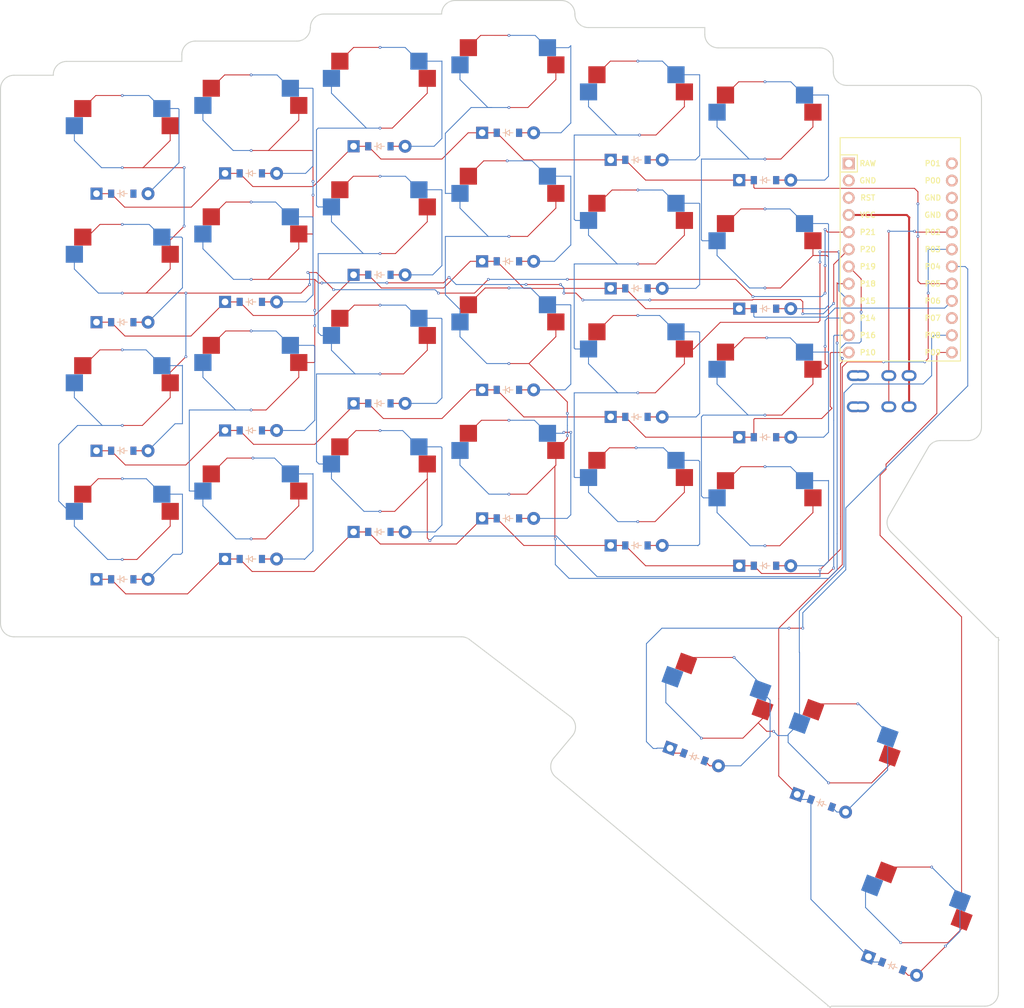
<source format=kicad_pcb>
(kicad_pcb (version 20211014) (generator pcbnew)
  (title_block (title "scaarix_flow") (rev "v1.0.0") (company "Unknown"))
  (layers (0 "F.Cu" signal) (31 "B.Cu" signal) (34 "B.Paste" user) (35 "F.Paste" user) (36 "B.SilkS" user "B.Silkscreen") (37 "F.SilkS" user "F.Silkscreen") (38 "B.Mask" user) (39 "F.Mask" user) (44 "Edge.Cuts" user))
  (net 0 "")
  (net 1 "P21")
  (net 2 "tab_bottom")
  (net 3 "P16")
  (net 4 "tab_home")
  (net 5 "P10")
  (net 6 "tab_top")
  (net 7 "P6")
  (net 8 "tab_num")
  (net 9 "P5")
  (net 10 "P20")
  (net 11 "pinkie_bottom")
  (net 12 "pinkie_home")
  (net 13 "pinkie_top")
  (net 14 "pinkie_num")
  (net 15 "P19")
  (net 16 "ring_bottom")
  (net 17 "ring_home")
  (net 18 "ring_top")
  (net 19 "ring_num")
  (net 20 "P18")
  (net 21 "middle_bottom")
  (net 22 "middle_home")
  (net 23 "middle_top")
  (net 24 "middle_num")
  (net 25 "P15")
  (net 26 "index_bottom")
  (net 27 "index_home")
  (net 28 "index_top")
  (net 29 "index_num")
  (net 30 "P14")
  (net 31 "far_bottom")
  (net 32 "far_home")
  (net 33 "far_top")
  (net 34 "far_num")
  (net 35 "P8")
  (net 36 "1_bottom")
  (net 37 "P4")
  (net 38 "1_top")
  (net 39 "P3")
  (net 40 "P9")
  (net 41 "2_top")
  (net 42 "RAW")
  (net 43 "GND")
  (net 44 "RST")
  (net 45 "VCC")
  (net 46 "P1")
  (net 47 "P0")
  (net 48 "P2")
  (net 49 "P7")
  (footprint "ComboDiode" (layer "F.Cu") (at 76 2.5)
    (fp_text reference "D17" hide)
    (fp_text value "" hide)
  )
  (footprint "ComboDiode" (layer "F.Cu") (at 57 -1.5)
    (fp_text reference "D13" hide)
    (fp_text value "" hide)
  )
  (footprint "ComboDiode" (layer "F.Cu") (at 0 -11.5)
    (fp_text reference "D2" hide)
    (fp_text value "" hide)
  )
  (footprint "MX" (layer "F.Cu") (at 105.898929 33.559356 -20)
    (fp_text reference "S26" hide)
    (fp_text value "" hide)
  )
  (footprint "ComboDiode" (layer "F.Cu") (at 38 -37.5)
    (fp_text reference "D11" hide)
    (fp_text value "" hide)
  )
  (footprint "MX" (layer "F.Cu") (at 87.105077 26.718953 -20)
    (fp_text reference "S25" hide)
    (fp_text value "" hide)
  )
  (footprint "MX" (layer "F.Cu") (at 0 -57)
    (fp_text reference "S4" hide)
    (fp_text value "" hide)
  )
  (footprint "MX" (layer "F.Cu") (at 95 -59)
    (fp_text reference "S24" hide)
    (fp_text value "" hide)
  )
  (footprint "MX" (layer "F.Cu") (at 38 -7)
    (fp_text reference "S9" hide)
    (fp_text value "" hide)
  )
  (footprint "ComboDiode" (layer "F.Cu") (at 57 -39.5)
    (fp_text reference "D15" hide)
    (fp_text value "" hide)
  )
  (footprint "MX" (layer "F.Cu") (at 0 -19)
    (fp_text reference "S2" hide)
    (fp_text value "" hide)
  )
  (footprint "ComboDiode" (layer "F.Cu") (at 95 5.5)
    (fp_text reference "D21" hide)
    (fp_text value "" hide)
  )
  (footprint "ComboDiode" (layer "F.Cu") (at 19 -33.5)
    (fp_text reference "D7" hide)
    (fp_text value "" hide)
  )
  (footprint "ComboDiode" (layer "F.Cu") (at 95 -13.5)
    (fp_text reference "D22" hide)
    (fp_text value "" hide)
  )
  (footprint "MX" (layer "F.Cu") (at 76 -62)
    (fp_text reference "S20" hide)
    (fp_text value "" hide)
  )
  (footprint "MX" (layer "F.Cu") (at 19 -41)
    (fp_text reference "S7" hide)
    (fp_text value "" hide)
  )
  (footprint "MX" (layer "F.Cu") (at 57 -9)
    (fp_text reference "S13" hide)
    (fp_text value "" hide)
  )
  (footprint "MX" (layer "F.Cu") (at 57 -28)
    (fp_text reference "S14" hide)
    (fp_text value "" hide)
  )
  (footprint "ComboDiode" (layer "F.Cu") (at 76 -35.5)
    (fp_text reference "D19" hide)
    (fp_text value "" hide)
  )
  (footprint "ProMicro" (layer "F.Cu") (at 115 -40 -90)
    (fp_text reference "MCU1" hide)
    (fp_text value "" hide)
  )
  (footprint "MX" (layer "F.Cu") (at 95 -2)
    (fp_text reference "S21" hide)
    (fp_text value "" hide)
  )
  (footprint "ComboDiode" (layer "F.Cu") (at 38 -56.5)
    (fp_text reference "D12" hide)
    (fp_text value "" hide)
  )
  (footprint "MX" (layer "F.Cu") (at 95 -21)
    (fp_text reference "S22" hide)
    (fp_text value "" hide)
  )
  (footprint "MX" (layer "F.Cu") (at 57 -66)
    (fp_text reference "S16" hide)
    (fp_text value "" hide)
  )
  (footprint "MX" (layer "F.Cu") (at 95 -40)
    (fp_text reference "S23" hide)
    (fp_text value "" hide)
  )
  (footprint "MX" (layer "F.Cu") (at 76 -43)
    (fp_text reference "S19" hide)
    (fp_text value "" hide)
  )
  (footprint "ComboDiode" (layer "F.Cu") (at 38 -18.5)
    (fp_text reference "D10" hide)
    (fp_text value "" hide)
  )
  (footprint "ComboDiode" (layer "F.Cu") (at 84.539926 33.766648 -20)
    (fp_text reference "D25" hide)
    (fp_text value "" hide)
  )
  (footprint "ComboDiode" (layer "F.Cu") (at 103.333778 40.607051 -20)
    (fp_text reference "D26" hide)
    (fp_text value "" hide)
  )
  (footprint "ComboDiode" (layer "F.Cu") (at 19 -14.5)
    (fp_text reference "D6" hide)
    (fp_text value "" hide)
  )
  (footprint "ComboDiode" (layer "F.Cu") (at 19 -52.5)
    (fp_text reference "D8" hide)
    (fp_text value "" hide)
  )
  (footprint "ComboDiode" (layer "F.Cu") (at 57 -20.5)
    (fp_text reference "D14" hide)
    (fp_text value "" hide)
  )
  (footprint "MX" (layer "F.Cu") (at 57 -47)
    (fp_text reference "S15" hide)
    (fp_text value "" hide)
  )
  (footprint "MX" (layer "F.Cu") (at 19 -22)
    (fp_text reference "S6" hide)
    (fp_text value "" hide)
  )
  (footprint "MX" (layer "F.Cu") (at 38 -45)
    (fp_text reference "S11" hide)
    (fp_text value "" hide)
  )
  (footprint "ComboDiode" (layer "F.Cu") (at 0 -30.5)
    (fp_text reference "D3" hide)
    (fp_text value "" hide)
  )
  (footprint "MX" (layer "F.Cu") (at 0 -38)
    (fp_text reference "S3" hide)
    (fp_text value "" hide)
  )
  (footprint "MX" (layer "F.Cu") (at 38 -26)
    (fp_text reference "S10" hide)
    (fp_text value "" hide)
  )
  (footprint "ComboDiode" (layer "F.Cu") (at 95 -51.5)
    (fp_text reference "D24" hide)
    (fp_text value "" hide)
  )
  (footprint "MX" (layer "F.Cu") (at 76 -5)
    (fp_text reference "S17" hide)
    (fp_text value "" hide)
  )
  (footprint "MX" (layer "F.Cu") (at 76 -24)
    (fp_text reference "S18" hide)
    (fp_text value "" hide)
  )
  (footprint "ComboDiode" (layer "F.Cu") (at 0 7.5)
    (fp_text reference "D1" hide)
    (fp_text value "" hide)
  )
  (footprint "TRRS-PJ-320A-dual" (layer "F.Cu") (at 119.5 -18 -90)
    (fp_text reference "REF**")
    (fp_text value "TRRS-PJ-320A-dual")
  )
  (footprint "MX" (layer "F.Cu") (at 19 -60)
    (fp_text reference "S8" hide)
    (fp_text value "" hide)
  )
  (footprint "MX" (layer "F.Cu") (at 116.535253 57.667074 -21)
    (fp_text reference "S27" hide)
    (fp_text value "" hide)
  )
  (footprint "ComboDiode" (layer "F.Cu") (at 95 -32.5)
    (fp_text reference "D23" hide)
    (fp_text value "" hide)
  )
  (footprint "ComboDiode" (layer "F.Cu") (at 76 -54.5)
    (fp_text reference "D20" hide)
    (fp_text value "" hide)
  )
  (footprint "ComboDiode" (layer "F.Cu") (at 19 4.5)
    (fp_text reference "D5" hide)
    (fp_text value "" hide)
  )
  (footprint "MX" (layer "F.Cu") (at 19 -3)
    (fp_text reference "S5" hide)
    (fp_text value "" hide)
  )
  (footprint "ComboDiode" (layer "F.Cu") (at 0 -49.5)
    (fp_text reference "D4" hide)
    (fp_text value "" hide)
  )
  (footprint "MX" (layer "F.Cu") (at 0 0)
    (fp_text reference "S1" hide)
    (fp_text value "" hide)
  )
  (footprint "MX" (layer "F.Cu") (at 38 -64)
    (fp_text reference "S12" hide)
    (fp_text value "" hide)
  )
  (footprint "ComboDiode" (layer "F.Cu") (at 57 -58.5)
    (fp_text reference "D16" hide)
    (fp_text value "" hide)
  )
  (footprint "ComboDiode" (layer "F.Cu") (at 113.847493 64.668927 -21)
    (fp_text reference "D27" hide)
    (fp_text value "" hide)
  )
  (footprint "ComboDiode" (layer "F.Cu") (at 38 0.5)
    (fp_text reference "D9" hide)
    (fp_text value "" hide)
  )
  (footprint "ComboDiode" (layer "F.Cu") (at 76 -16.5)
    (fp_text reference "D18" hide)
    (fp_text value "" hide)
  )
  (gr_line (start 125.01 -65.5) (end 107.09 -65.5) (layer "Edge.Cuts") (width 0.15))
  (gr_arc (start 47.2 -76.06) (mid 47.782858 -77.467142) (end 49.19 -78.05) (layer "Edge.Cuts") (width 0.15))
  (gr_arc (start -18 -65.01) (mid -17.417142 -66.417142) (end -16.01 -67) (layer "Edge.Cuts") (width 0.15))
  (gr_line (start 105.1 -67.49) (end 105.1 -69.06) (layer "Edge.Cuts") (width 0.15))
  (gr_arc (start 27.8 -74.04) (mid 27.217142 -72.632858) (end 25.81 -72.05) (layer "Edge.Cuts") (width 0.15))
  (gr_arc (start 64.037252 36.707697) (mid 63.333971 35.356709) (end 63.79197 33.904121) (layer "Edge.Cuts") (width 0.15))
  (gr_arc (start 119.149456 -12.005) (mid 119.877847 -12.733391) (end 120.872847 -13) (layer "Edge.Cuts") (width 0.15))
  (gr_line (start 129.5 16.387302) (end 129.5 16.1) (layer "Edge.Cuts") (width 0.15))
  (gr_arc (start 66.215224 27.777727) (mid 66.985548 29.140393) (end 66.53207 30.638597) (layer "Edge.Cuts") (width 0.15))
  (gr_line (start 129.5 16.1) (end 129.212698 16.1) (layer "Edge.Cuts") (width 0.15))
  (gr_line (start 66.53207 30.638597) (end 63.79197 33.904121) (layer "Edge.Cuts") (width 0.15))
  (gr_line (start 104.3 70.492154) (end 104.3 70.6) (layer "Edge.Cuts") (width 0.15))
  (gr_line (start 129.5 68.61) (end 129.5 16.583261) (layer "Edge.Cuts") (width 0.15))
  (gr_arc (start -16.01 16) (mid -17.417142 15.417142) (end -18 14.01) (layer "Edge.Cuts") (width 0.15))
  (gr_arc (start 64.91 -78.05) (mid 66.317142 -77.467142) (end 66.9 -76.06) (layer "Edge.Cuts") (width 0.15))
  (gr_arc (start 88.09 -71.05) (mid 86.682858 -71.632858) (end 86.1 -73.04) (layer "Edge.Cuts") (width 0.15))
  (gr_line (start 104.3 70.6) (end 104.428526 70.6) (layer "Edge.Cuts") (width 0.15))
  (gr_line (start 86.1 -74.05) (end 68.89 -74.05) (layer "Edge.Cuts") (width 0.15))
  (gr_line (start 120.872847 -13) (end 125.01 -13) (layer "Edge.Cuts") (width 0.15))
  (gr_line (start -10.2 -67) (end -16.01 -67) (layer "Edge.Cuts") (width 0.15))
  (gr_line (start 8.8 -70.06) (end 8.8 -69.05) (layer "Edge.Cuts") (width 0.15))
  (gr_arc (start 8.8 -70.06) (mid 9.382858 -71.467142) (end 10.79 -72.05) (layer "Edge.Cuts") (width 0.15))
  (gr_arc (start 68.89 -74.05) (mid 67.482858 -74.632858) (end 66.9 -76.04) (layer "Edge.Cuts") (width 0.15))
  (gr_line (start 127 -14.99) (end 127 -63.51) (layer "Edge.Cuts") (width 0.15))
  (gr_line (start 66.9 -76.04) (end 66.9 -76.06) (layer "Edge.Cuts") (width 0.15))
  (gr_line (start 66.215223 27.777727) (end 51.323214 16.408277) (layer "Edge.Cuts") (width 0.15))
  (gr_arc (start 129.5 68.61) (mid 128.917142 70.017142) (end 127.51 70.6) (layer "Edge.Cuts") (width 0.15))
  (gr_arc (start 107.09 -65.5) (mid 105.682858 -66.082858) (end 105.1 -67.49) (layer "Edge.Cuts") (width 0.15))
  (gr_arc (start 50.115632 16) (mid 50.752998 16.104831) (end 51.323214 16.408277) (layer "Edge.Cuts") (width 0.15))
  (gr_arc (start 103.11 -71.05) (mid 104.517142 -70.467142) (end 105.1 -69.06) (layer "Edge.Cuts") (width 0.15))
  (gr_line (start 47.2 -76.06) (end 47.2 -76.05) (layer "Edge.Cuts") (width 0.15))
  (gr_line (start 129.59798 16.485281) (end 129.5 16.387302) (layer "Edge.Cuts") (width 0.15))
  (gr_arc (start 127 -14.99) (mid 126.417142 -13.582858) (end 125.01 -13) (layer "Edge.Cuts") (width 0.15))
  (gr_line (start 25.81 -72.05) (end 10.79 -72.05) (layer "Edge.Cuts") (width 0.15))
  (gr_line (start 27.8 -74.06) (end 27.8 -74.04) (layer "Edge.Cuts") (width 0.15))
  (gr_line (start 104.645267 70.781868) (end 104.797872 70.6) (layer "Edge.Cuts") (width 0.15))
  (gr_line (start -10.2 -67.06) (end -10.2 -67) (layer "Edge.Cuts") (width 0.15))
  (gr_line (start 47.2 -76.05) (end 29.79 -76.05) (layer "Edge.Cuts") (width 0.15))
  (gr_line (start 64.91 -78.05) (end 49.19 -78.05) (layer "Edge.Cuts") (width 0.15))
  (gr_line (start 8.8 -69.05) (end -8.21 -69.05) (layer "Edge.Cuts") (width 0.15))
  (gr_arc (start 125.01 -65.5) (mid 126.417142 -64.917142) (end 127 -63.51) (layer "Edge.Cuts") (width 0.15))
  (gr_line (start 104.797872 70.6) (end 127.51 70.6) (layer "Edge.Cuts") (width 0.15))
  (gr_arc (start 113.625453 0.512755) (mid 113.05962 -0.634641) (end 113.309205 -1.889388) (layer "Edge.Cuts") (width 0.15))
  (gr_arc (start 27.8 -74.06) (mid 28.382858 -75.467142) (end 29.79 -76.05) (layer "Edge.Cuts") (width 0.15))
  (gr_line (start 104.428526 70.6) (end 104.645267 70.781868) (layer "Edge.Cuts") (width 0.15))
  (gr_line (start -18 -65.01) (end -18 14.01) (layer "Edge.Cuts") (width 0.15))
  (gr_line (start 113.625453 0.512755) (end 129.212698 16.1) (layer "Edge.Cuts") (width 0.15))
  (gr_line (start 64.037251 36.707696) (end 104.3 70.492154) (layer "Edge.Cuts") (width 0.15))
  (gr_line (start 86.1 -73.04) (end 86.1 -74.05) (layer "Edge.Cuts") (width 0.15))
  (gr_line (start 129.5 16.583261) (end 129.59798 16.485281) (layer "Edge.Cuts") (width 0.15))
  (gr_line (start -16.01 16) (end 50.115632 16) (layer "Edge.Cuts") (width 0.15))
  (gr_line (start 103.11 -71.05) (end 88.09 -71.05) (layer "Edge.Cuts") (width 0.15))
  (gr_line (start 113.309205 -1.889388) (end 119.149456 -12.005) (layer "Edge.Cuts") (width 0.15))
  (gr_arc (start -10.2 -67.06) (mid -9.617142 -68.467142) (end -8.21 -69.05) (layer "Edge.Cuts") (width 0.15))
  (segment (start 2.968834 -15.24) (end 7.085 -19.356166) (width 0.13) (layer "F.Cu") (net 1))
  (segment (start 7.085 -0.356166) (end 7.085 -2.54) (width 0.13) (layer "F.Cu") (net 1))
  (segment (start 3.068834 -53.34) (end 3.048 -53.34) (width 0.13) (layer "F.Cu") (net 1))
  (segment (start 103.886 -34.798) (end 103.886 -38.862) (width 0.13) (layer "F.Cu") (net 1))
  (segment (start 7.085 -57.356166) (end 3.068834 -53.34) (width 0.13) (layer "F.Cu") (net 1))
  (segment (start 103.886 -44.196) (end 104.272 -43.81) (width 0.13) (layer "F.Cu") (net 1))
  (segment (start 65.786 -36.83) (end 90.678 -36.83) (width 0.13) (layer "F.Cu") (net 1))
  (segment (start 3.541417 -34.812583) (end 7.085 -38.356166) (width 0.13) (layer "F.Cu") (net 1))
  (segment (start 7.085 -59.54) (end 7.085 -57.356166) (width 0.13) (layer "F.Cu") (net 1))
  (segment (start 9.398 -34.798) (end 26.416 -34.798) (width 0.13) (layer "F.Cu") (net 1))
  (segment (start 3.526834 -34.798) (end 3.541417 -34.812583) (width 0.13) (layer "F.Cu") (net 1))
  (segment (start 90.678 -36.83) (end 93.218 -34.29) (width 0.13) (layer "F.Cu") (net 1))
  (segment (start 3.541417 -34.812583) (end 9.383417 -34.812583) (width 0.13) (layer "F.Cu") (net 1))
  (segment (start 46.736 -34.798) (end 52.07 -34.798) (width 0.13) (layer "F.Cu") (net 1))
  (segment (start 27.432 -37.846) (end 28.702 -37.846) (width 0.13) (layer "F.Cu") (net 1))
  (segment (start 9.383417 -34.812583) (end 9.398 -34.798) (width 0.13) (layer "F.Cu") (net 1))
  (segment (start 28.702 -37.846) (end 31.242 -35.306) (width 0.13) (layer "F.Cu") (net 1))
  (segment (start 7.085 -23.087) (end 7.085 -21.54) (width 0.13) (layer "F.Cu") (net 1))
  (segment (start 7.085 -19.356166) (end 7.085 -21.54) (width 0.13) (layer "F.Cu") (net 1))
  (segment (start 52.07 -34.798) (end 54.102 -36.83) (width 0.13) (layer "F.Cu") (net 1))
  (segment (start 3.048 -53.34) (end 9.144 -53.34) (width 0.13) (layer "F.Cu") (net 1))
  (segment (start 26.416 -34.798) (end 27.686 -36.068) (width 0.13) (layer "F.Cu") (net 1))
  (segment (start 0 4.572) (end 2.156834 4.572) (width 0.13) (layer "F.Cu") (net 1))
  (segment (start 2.156834 4.572) (end 7.085 -0.356166) (width 0.13) (layer "F.Cu") (net 1))
  (segment (start 0 -15.24) (end 2.968834 -15.24) (width 0.13) (layer "F.Cu") (net 1))
  (segment (start 9.144 -44.704) (end 7.085 -42.645) (width 0.13) (layer "F.Cu") (net 1))
  (segment (start 7.085 -42.645) (end 7.085 -40.54) (width 0.13) (layer "F.Cu") (net 1))
  (segment (start 9.398 -25.4) (end 7.085 -23.087) (width 0.13) (layer "F.Cu") (net 1))
  (segment (start 7.085 -38.356166) (end 7.085 -40.54) (width 0.13) (layer "F.Cu") (net 1))
  (segment (start 3.048 -53.34) (end 0 -53.34) (width 0.13) (layer "F.Cu") (net 1))
  (segment (start 104.272 -43.81) (end 107.38 -43.81) (width 0.13) (layer "F.Cu") (net 1))
  (segment (start 0 -34.798) (end 3.526834 -34.798) (width 0.13) (layer "F.Cu") (net 1))
  (via (at 31.242 -35.306) (size 0.4) (drill 0.2) (layers "F.Cu" "B.Cu") (net 1))
  (via (at 27.686 -36.068) (size 0.4) (drill 0.2) (layers "F.Cu" "B.Cu") (net 1))
  (via (at 27.432 -37.846) (size 0.4) (drill 0.2) (layers "F.Cu" "B.Cu") (net 1))
  (via (at 0 -15.24) (size 0.4) (drill 0.2) (layers "F.Cu" "B.Cu") (net 1))
  (via (at 9.398 -25.4) (size 0.4) (drill 0.2) (layers "F.Cu" "B.Cu") (net 1))
  (via (at 0 4.572) (size 0.4) (drill 0.2) (layers "F.Cu" "B.Cu") (net 1))
  (via (at 9.144 -44.704) (size 0.4) (drill 0.2) (layers "F.Cu" "B.Cu") (net 1))
  (via (at 65.786 -36.83) (size 0.4) (drill 0.2) (layers "F.Cu" "B.Cu") (net 1))
  (via (at 93.218 -34.29) (size 0.4) (drill 0.2) (layers "F.Cu" "B.Cu") (net 1))
  (via (at 46.736 -34.798) (size 0.4) (drill 0.2) (layers "F.Cu" "B.Cu") (net 1))
  (via (at 9.398 -34.798) (size 0.4) (drill 0.2) (layers "F.Cu" "B.Cu") (net 1))
  (via (at 9.144 -53.34) (size 0.4) (drill 0.2) (layers "F.Cu" "B.Cu") (net 1))
  (via (at 103.886 -38.862) (size 0.4) (drill 0.2) (layers "F.Cu" "B.Cu") (net 1))
  (via (at 0 -34.798) (size 0.4) (drill 0.2) (layers "F.Cu" "B.Cu") (net 1))
  (via (at 103.886 -44.196) (size 0.4) (drill 0.2) (layers "F.Cu" "B.Cu") (net 1))
  (via (at 54.102 -36.83) (size 0.4) (drill 0.2) (layers "F.Cu" "B.Cu") (net 1))
  (via (at 103.886 -34.798) (size 0.4) (drill 0.2) (layers "F.Cu" "B.Cu") (net 1))
  (via (at 0 -53.34) (size 0.4) (drill 0.2) (layers "F.Cu" "B.Cu") (net 1))
  (segment (start 93.218 -34.29) (end 103.378 -34.29) (width 0.13) (layer "B.Cu") (net 1))
  (segment (start -3.068834 -53.34) (end -7.085 -57.356166) (width 0.13) (layer "B.Cu") (net 1))
  (segment (start -2.968834 -15.24) (end 0 -15.24) (width 0.13) (layer "B.Cu") (net 1))
  (segment (start 27.686 -37.592) (end 27.432 -37.846) (width 0.13) (layer "B.Cu") (net 1))
  (segment (start -7.085 -38.356166) (end -3.526834 -34.798) (width 0.13) (layer "B.Cu") (net 1))
  (segment (start -7.874 -2.54) (end -9.398 -4.064) (width 0.13) (layer "B.Cu") (net 1))
  (segment (start -9.398 -12.446) (end -6.604 -15.24) (width 0.13) (layer "B.Cu") (net 1))
  (segment (start -7.085 -2.54) (end -7.874 -2.54) (width 0.13) (layer "B.Cu") (net 1))
  (segment (start -7.085 -19.356166) (end -2.968834 -15.24) (width 0.13) (layer "B.Cu") (net 1))
  (segment (start -2.156834 4.572) (end 0 4.572) (width 0.13) (layer "B.Cu") (net 1))
  (segment (start -7.085 -21.54) (end -7.085 -19.356166) (width 0.13) (layer "B.Cu") (net 1))
  (segment (start -7.085 -0.356166) (end -2.156834 4.572) (width 0.13) (layer "B.Cu") (net 1))
  (segment (start -9.398 -4.064) (end -9.398 -12.446) (width 0.13) (layer "B.Cu") (net 1))
  (segment (start -3.526834 -34.798) (end 0 -34.798) (width 0.13) (layer "B.Cu") (net 1))
  (segment (start -7.085 -40.54) (end -7.085 -38.356166) (width 0.13) (layer "B.Cu") (net 1))
  (segment (start 27.686 -36.068) (end 27.686 -37.592) (width 0.13) (layer "B.Cu") (net 1))
  (segment (start -7.085 -2.54) (end -7.085 -0.356166) (width 0.13) (layer "B.Cu") (net 1))
  (segment (start -7.085 -57.356166) (end -7.085 -59.54) (width 0.13) (layer "B.Cu") (net 1))
  (segment (start -6.604 -15.24) (end -2.968834 -15.24) (width 0.13) (layer "B.Cu") (net 1))
  (segment (start 103.378 -34.29) (end 103.886 -34.798) (width 0.13) (layer "B.Cu") (net 1))
  (segment (start 0 -53.34) (end -3.068834 -53.34) (width 0.13) (layer "B.Cu") (net 1))
  (segment (start 31.242 -35.306) (end 46.228 -35.306) (width 0.13) (layer "B.Cu") (net 1))
  (segment (start 9.144 -53.34) (end 9.144 -44.704) (width 0.13) (layer "B.Cu") (net 1))
  (segment (start 46.228 -35.306) (end 46.736 -34.798) (width 0.13) (layer "B.Cu") (net 1))
  (segment (start 9.398 -34.798) (end 9.398 -25.4) (width 0.13) (layer "B.Cu") (net 1))
  (segment (start 103.886 -38.862) (end 103.886 -44.196) (width 0.13) (layer "B.Cu") (net 1))
  (segment (start 54.102 -36.83) (end 65.786 -36.83) (width 0.13) (layer "B.Cu") (net 1))
  (segment (start 3.81 7.5) (end 1.65 7.5) (width 0.13) (layer "F.Cu") (net 2))
  (segment (start -3.556 -7.366) (end 0 -7.366) (width 0.13) (layer "F.Cu") (net 2))
  (segment (start -5.842 -5.08) (end -3.556 -7.366) (width 0.13) (layer "F.Cu") (net 2))
  (via (at 0 -7.366) (size 0.4) (drill 0.2) (layers "F.Cu" "B.Cu") (net 2))
  (segment (start 8.89 3.556) (end 8.89 -5.08) (width 0.13) (layer "B.Cu") (net 2))
  (segment (start 7.5 3.81) (end 8.636 3.81) (width 0.13) (layer "B.Cu") (net 2))
  (segment (start 0 -7.366) (end 3.556 -7.366) (width 0.13) (layer "B.Cu") (net 2))
  (segment (start 8.89 -5.08) (end 5.842 -5.08) (width 0.13) (layer "B.Cu") (net 2))
  (segment (start 3.556 -7.366) (end 5.842 -5.08) (width 0.13) (layer "B.Cu") (net 2))
  (segment (start 8.636 3.81) (end 8.89 3.556) (width 0.13) (layer "B.Cu") (net 2))
  (segment (start 3.81 7.5) (end 7.5 3.81) (width 0.13) (layer "B.Cu") (net 2))
  (segment (start 105.156 5.842) (end 104.3535 6.6445) (width 0.13) (layer "F.Cu") (net 3))
  (segment (start 15.19 4.5) (end 14.804 4.5) (width 0.13) (layer "F.Cu") (net 3))
  (segment (start 53.19 -1.5) (end 49.404 2.286) (width 0.13) (layer "F.Cu") (net 3))
  (segment (start 14.804 4.5) (end 9.652 9.652) (width 0.13) (layer "F.Cu") (net 3))
  (segment (start -1.65 7.5) (end -3.81 7.5) (width 0.13) (layer "F.Cu") (net 3))
  (segment (start 19.2 6.35) (end 17.35 4.5) (width 0.13) (layer "F.Cu") (net 3))
  (segment (start 59.35 2.5) (end 55.35 -1.5) (width 0.13) (layer "F.Cu") (net 3))
  (segment (start 93.35 5.5) (end 91.19 5.5) (width 0.13) (layer "F.Cu") (net 3))
  (segment (start 74.35 2.5) (end 72.19 2.5) (width 0.13) (layer "F.Cu") (net 3))
  (segment (start 72.19 2.5) (end 59.35 2.5) (width 0.13) (layer "F.Cu") (net 3))
  (segment (start 74.35 2.5) (end 77.35 5.5) (width 0.13) (layer "F.Cu") (net 3))
  (segment (start 77.35 5.5) (end 91.19 5.5) (width 0.13) (layer "F.Cu") (net 3))
  (segment (start 34.19 0.5) (end 36.35 0.5) (width 0.13) (layer "F.Cu") (net 3))
  (segment (start 34.19 0.5) (end 28.34 6.35) (width 0.13) (layer "F.Cu") (net 3))
  (segment (start 104.3535 6.6445) (end 94.4945 6.6445) (width 0.13) (layer "F.Cu") (net 3))
  (segment (start 17.35 4.5) (end 15.19 4.5) (width 0.13) (layer "F.Cu") (net 3))
  (segment (start 53.19 -1.5) (end 55.35 -1.5) (width 0.13) (layer "F.Cu") (net 3))
  (segment (start 0.502 9.652) (end -1.65 7.5) (width 0.13) (layer "F.Cu") (net 3))
  (segment (start 49.404 2.286) (end 38.136 2.286) (width 0.13) (layer "F.Cu") (net 3))
  (segment (start 28.34 6.35) (end 19.2 6.35) (width 0.13) (layer "F.Cu") (net 3))
  (segment (start 38.136 2.286) (end 36.35 0.5) (width 0.13) (layer "F.Cu") (net 3))
  (segment (start 94.4945 6.6445) (end 93.35 5.5) (width 0.13) (layer "F.Cu") (net 3))
  (segment (start 9.652 9.652) (end 0.502 9.652) (width 0.13) (layer "F.Cu") (net 3))
  (via (at 105.156 5.842) (size 0.4) (drill 0.2) (layers "F.Cu" "B.Cu") (net 3))
  (segment (start 105.278 -28.57) (end 105.156 -28.448) (width 0.13) (layer "B.Cu") (net 3))
  (segment (start 105.156 -28.448) (end 105.156 -16.002) (width 0.13) (layer "B.Cu") (net 3))
  (segment (start 105.156 -16.002) (end 105.156 5.842) (width 0.13) (layer "B.Cu") (net 3))
  (segment (start 107.38 -28.57) (end 105.278 -28.57) (width 0.13) (layer "B.Cu") (net 3))
  (segment (start -5.842 -24.08) (end -5.638 -24.08) (width 0.13) (layer "F.Cu") (net 4))
  (segment (start -5.638 -24.08) (end -3.302 -26.416) (width 0.13) (layer "F.Cu") (net 4))
  (segment (start -3.302 -26.416) (end 0 -26.416) (width 0.13) (layer "F.Cu") (net 4))
  (segment (start 1.65 -11.5) (end 3.81 -11.5) (width 0.13) (layer "F.Cu") (net 4))
  (via (at 0 -26.416) (size 0.4) (drill 0.2) (layers "F.Cu" "B.Cu") (net 4))
  (segment (start 3.506 -26.416) (end 5.842 -24.08) (width 0.13) (layer "B.Cu") (net 4))
  (segment (start 0 -26.416) (end 3.506 -26.416) (width 0.13) (layer "B.Cu") (net 4))
  (segment (start 8.89 -15.494) (end 8.89 -24.13) (width 0.13) (layer "B.Cu") (net 4))
  (segment (start 8.89 -24.13) (end 8.84 -24.08) (width 0.13) (layer "B.Cu") (net 4))
  (segment (start 8.84 -24.08) (end 5.842 -24.08) (width 0.13) (layer "B.Cu") (net 4))
  (segment (start 3.81 -11.5) (end 7.804 -15.494) (width 0.13) (layer "B.Cu") (net 4))
  (segment (start 7.804 -15.494) (end 8.89 -15.494) (width 0.13) (layer "B.Cu") (net 4))
  (segment (start 47.244 -16.256) (end 38.594 -16.256) (width 0.13) (layer "F.Cu") (net 5))
  (segment (start 38.594 -16.256) (end 36.35 -18.5) (width 0.13) (layer "F.Cu") (net 5))
  (segment (start 15.19 -14.5) (end 17.35 -14.5) (width 0.13) (layer "F.Cu") (net 5))
  (segment (start 51.488 -20.5) (end 47.244 -16.256) (width 0.13) (layer "F.Cu") (net 5))
  (segment (start 53.19 -20.5) (end 55.35 -20.5) (width 0.13) (layer "F.Cu") (net 5))
  (segment (start 59.35 -16.5) (end 55.35 -20.5) (width 0.13) (layer "F.Cu") (net 5))
  (segment (start 77.35 -13.5) (end 74.35 -16.5) (width 0.13) (layer "F.Cu") (net 5))
  (segment (start 104.651 -18.031) (end 104.902 -17.78) (width 0.13) (layer "F.Cu") (net 5))
  (segment (start 34.19 -18.5) (end 36.35 -18.5) (width 0.13) (layer "F.Cu") (net 5))
  (segment (start 104.651 -25.908) (end 104.651 -18.031) (width 0.13) (layer "F.Cu") (net 5))
  (segment (start 53.19 -20.5) (end 51.488 -20.5) (width 0.13) (layer "F.Cu") (net 5))
  (segment (start 72.19 -16.5) (end 59.35 -16.5) (width 0.13) (layer "F.Cu") (net 5))
  (segment (start 72.19 -16.5) (end 74.35 -16.5) (width 0.13) (layer "F.Cu") (net 5))
  (segment (start 9.398 -9.398) (end 0.452 -9.398) (width 0.13) (layer "F.Cu") (net 5))
  (segment (start 0.452 -9.398) (end -1.65 -11.5) (width 0.13) (layer "F.Cu") (net 5))
  (segment (start 14.5 -14.5) (end 9.398 -9.398) (width 0.13) (layer "F.Cu") (net 5))
  (segment (start 107.38 -26.03) (end 104.773 -26.03) (width 0.13) (layer "F.Cu") (net 5))
  (segment (start 103.378 -16.256) (end 93.472 -16.256) (width 0.13) (layer "F.Cu") (net 5))
  (segment (start 93.35 -16.134) (end 93.35 -13.5) (width 0.13) (layer "F.Cu") (net 5))
  (segment (start 28.448 -12.446) (end 19.404 -12.446) (width 0.13) (layer "F.Cu") (net 5))
  (segment (start 93.472 -16.256) (end 93.35 -16.134) (width 0.13) (layer "F.Cu") (net 5))
  (segment (start 19.404 -12.446) (end 17.35 -14.5) (width 0.13) (layer "F.Cu") (net 5))
  (segment (start 104.902 -17.78) (end 103.378 -16.256) (width 0.13) (layer "F.Cu") (net 5))
  (segment (start 34.19 -18.5) (end 34.19 -18.188) (width 0.13) (layer "F.Cu") (net 5))
  (segment (start 34.19 -18.188) (end 28.448 -12.446) (width 0.13) (layer "F.Cu") (net 5))
  (segment (start 104.773 -26.03) (end 104.651 -25.908) (width 0.13) (layer "F.Cu") (net 5))
  (segment (start -3.81 -11.5) (end -1.65 -11.5) (width 0.13) (layer "F.Cu") (net 5))
  (segment (start 93.35 -13.5) (end 91.19 -13.5) (width 0.13) (layer "F.Cu") (net 5))
  (segment (start 91.19 -13.5) (end 77.35 -13.5) (width 0.13) (layer "F.Cu") (net 5))
  (segment (start 15.19 -14.5) (end 14.5 -14.5) (width 0.13) (layer "F.Cu") (net 5))
  (segment (start 1.65 -30.5) (end 3.81 -30.5) (width 0.13) (layer "F.Cu") (net 6))
  (segment (start -3.302 -44.958) (end 0 -44.958) (width 0.13) (layer "F.Cu") (net 6))
  (segment (start -5.18 -43.08) (end -3.302 -44.958) (width 0.13) (layer "F.Cu") (net 6))
  (segment (start -5.842 -43.08) (end -5.18 -43.08) (width 0.13) (layer "F.Cu") (net 6))
  (via (at 0 -44.958) (size 0.4) (drill 0.2) (layers "F.Cu" "B.Cu") (net 6))
  (segment (start 8.89 -42.926) (end 8.736 -43.08) (width 0.13) (layer "B.Cu") (net 6))
  (segment (start 8.89 -35.58) (end 8.89 -42.926) (width 0.13) (layer "B.Cu") (net 6))
  (segment (start 3.81 -30.5) (end 8.89 -35.58) (width 0.13) (layer "B.Cu") (net 6))
  (segment (start 8.736 -43.08) (end 5.842 -43.08) (width 0.13) (layer "B.Cu") (net 6))
  (segment (start 0 -44.958) (end 3.964 -44.958) (width 0.13) (layer "B.Cu") (net 6))
  (segment (start 3.964 -44.958) (end 5.842 -43.08) (width 0.13) (layer "B.Cu") (net 6))
  (segment (start 15.19 -33.5) (end 10.138 -28.448) (width 0.13) (layer "F.Cu") (net 7))
  (segment (start 47.498 -35.56) (end 38.29 -35.56) (width 0.13) (layer "F.Cu") (net 7))
  (segment (start 72.19 -35.5) (end 74.35 -35.5) (width 0.13) (layer "F.Cu") (net 7))
  (segment (start 15.19 -33.5) (end 17.35 -33.5) (width 0.13) (layer "F.Cu") (net 7))
  (segment (start 93.35 -32.5) (end 91.19 -32.5) (width 0.13) (layer "F.Cu") (net 7))
  (segment (start 19.354 -31.496) (end 17.35 -33.5) (width 0.13) (layer "F.Cu") (net 7))
  (segment (start 59.35 -35.5) (end 55.35 -39.5) (width 0.13) (layer "F.Cu") (net 7))
  (segment (start -3.81 -30.5) (end -1.65 -30.5) (width 0.13) (layer "F.Cu") (net 7))
  (segment (start 34.19 -37.5) (end 34.19 -37.238) (width 0.13) (layer "F.Cu") (net 7))
  (segment (start 34.19 -37.238) (end 28.448 -31.496) (width 0.13) (layer "F.Cu") (net 7))
  (segment (start 28.448 -31.496) (end 19.354 -31.496) (width 0.13) (layer "F.Cu") (net 7))
  (segment (start 91.19 -32.5) (end 77.35 -32.5) (width 0.13) (layer "F.Cu") (net 7))
  (segment (start 34.19 -37.5) (end 36.35 -37.5) (width 0.13) (layer "F.Cu") (net 7))
  (segment (start 53.19 -39.5) (end 55.35 -39.5) (width 0.13) (layer "F.Cu") (net 7))
  (segment (start 77.35 -32.5) (end 74.35 -35.5) (width 0.13) (layer "F.Cu") (net 7))
  (segment (start 72.19 -35.5) (end 59.35 -35.5) (width 0.13) (layer "F.Cu") (net 7))
  (segment (start 38.29 -35.56) (end 36.35 -37.5) (width 0.13) (layer "F.Cu") (net 7))
  (segment (start 53.19 -39.5) (end 51.438 -39.5) (width 0.13) (layer "F.Cu") (net 7))
  (segment (start 51.438 -39.5) (end 47.498 -35.56) (width 0.13) (layer "F.Cu") (net 7))
  (segment (start 10.138 -28.448) (end 0.402 -28.448) (width 0.13) (layer "F.Cu") (net 7))
  (segment (start 0.402 -28.448) (end -1.65 -30.5) (width 0.13) (layer "F.Cu") (net 7))
  (segment (start 93.35 -31.364) (end 93.472 -31.242) (width 0.13) (layer "B.Cu") (net 7))
  (segment (start 93.35 -32.5) (end 93.35 -31.364) (width 0.13) (layer "B.Cu") (net 7))
  (segment (start 104.030547 -31.242) (end 105.370247 -32.5817) (width 0.13) (layer "B.Cu") (net 7))
  (segment (start 93.472 -31.242) (end 104.030547 -31.242) (width 0.13) (layer "B.Cu") (net 7))
  (segment (start 105.370247 -32.5817) (end 121.5517 -32.5817) (width 0.13) (layer "B.Cu") (net 7))
  (segment (start 121.5517 -32.5817) (end 122.62 -33.65) (width 0.13) (layer "B.Cu") (net 7))
  (segment (start -5.842 -62.08) (end -3.914 -64.008) (width 0.13) (layer "F.Cu") (net 8))
  (segment (start -3.914 -64.008) (end 0 -64.008) (width 0.13) (layer "F.Cu") (net 8))
  (via (at 0 -64.008) (size 0.4) (drill 0.2) (layers "F.Cu" "B.Cu") (net 8))
  (segment (start 0 -64.008) (end 3.914 -64.008) (width 0.13) (layer "B.Cu") (net 8))
  (segment (start 8.382 -61.976) (end 8.278 -62.08) (width 0.13) (layer "B.Cu") (net 8))
  (segment (start 8.382 -54.072) (end 8.382 -61.976) (width 0.13) (layer "B.Cu") (net 8))
  (segment (start 3.914 -64.008) (end 5.842 -62.08) (width 0.13) (layer "B.Cu") (net 8))
  (segment (start 8.278 -62.08) (end 5.842 -62.08) (width 0.13) (layer "B.Cu") (net 8))
  (segment (start 3.81 -49.5) (end 8.382 -54.072) (width 0.13) (layer "B.Cu") (net 8))
  (segment (start 34.19 -56.5) (end 34.148 -56.5) (width 0.13) (layer "F.Cu") (net 9))
  (segment (start 51.134 -58.5) (end 47.244 -54.61) (width 0.13) (layer "F.Cu") (net 9))
  (segment (start 47.244 -54.61) (end 38.24 -54.61) (width 0.13) (layer "F.Cu") (net 9))
  (segment (start 72.19 -54.5) (end 74.35 -54.5) (width 0.13) (layer "F.Cu") (net 9))
  (segment (start 0.352 -47.498) (end -1.65 -49.5) (width 0.13) (layer "F.Cu") (net 9))
  (segment (start 10.188 -47.498) (end 0.352 -47.498) (width 0.13) (layer "F.Cu") (net 9))
  (segment (start -3.81 -49.5) (end -1.65 -49.5) (width 0.13) (layer "F.Cu") (net 9))
  (segment (start 117.602 -36.576) (end 117.602 -43.18) (width 0.13) (layer "F.Cu") (net 9))
  (segment (start 72.19 -54.5) (end 59.35 -54.5) (width 0.13) (layer "F.Cu") (net 9))
  (segment (start 38.24 -54.61) (end 36.35 -56.5) (width 0.13) (layer "F.Cu") (net 9))
  (segment (start 117.0973 -50.2887) (end 93.4753 -50.2887) (width 0.13) (layer "F.Cu") (net 9))
  (segment (start 53.19 -58.5) (end 51.134 -58.5) (width 0.13) (layer "F.Cu") (net 9))
  (segment (start 117.856 -36.322) (end 117.602 -36.576) (width 0.13) (layer "F.Cu") (net 9))
  (segment (start 91.19 -51.5) (end 77.35 -51.5) (width 0.13) (layer "F.Cu") (net 9))
  (segment (start 15.19 -52.5) (end 10.188 -47.498) (width 0.13) (layer "F.Cu") (net 9))
  (segment (start 93.35 -51.5) (end 91.19 -51.5) (width 0.13) (layer "F.Cu") (net 9))
  (segment (start 19.304 -50.546) (end 17.35 -52.5) (width 0.13) (layer "F.Cu") (net 9))
  (segment (start 93.4753 -50.2887) (end 93.35 -50.414) (width 0.13) (layer "F.Cu") (net 9))
  (segment (start 59.35 -54.5) (end 55.35 -58.5) (width 0.13) (layer "F.Cu") (net 9))
  (segment (start 117.988 -36.19) (end 117.856 -36.322) (width 0.13) (layer "F.Cu") (net 9))
  (segment (start 34.148 -56.5) (end 28.194 -50.546) (width 0.13) (layer "F.Cu") (net 9))
  (segment (start 55.35 -58.5) (end 53.19 -58.5) (width 0.13) (layer "F.Cu") (net 9))
  (segment (start 93.35 -50.414) (end 93.35 -51.5) (width 0.13) (layer "F.Cu") (net 9))
  (segment (start 117.602 -48.006) (end 117.602 -49.784) (width 0.13) (layer "F.Cu") (net 9))
  (segment (start 28.194 -50.546) (end 19.304 -50.546) (width 0.13) (layer "F.Cu") (net 9))
  (segment (start 77.35 -51.5) (end 74.35 -54.5) (width 0.13) (layer "F.Cu") (net 9))
  (segment (start 122.62 -36.19) (end 117.988 -36.19) (width 0.13) (layer "F.Cu") (net 9))
  (segment (start 15.19 -52.5) (end 17.35 -52.5) (width 0.13) (layer "F.Cu") (net 9))
  (segment (start 34.19 -56.5) (end 36.35 -56.5) (width 0.13) (layer "F.Cu") (net 9))
  (segment (start 117.602 -49.784) (end 117.0973 -50.2887) (width 0.13) (layer "F.Cu") (net 9))
  (via (at 117.602 -48.006) (size 0.4) (drill 0.2) (layers "F.Cu" "B.Cu") (net 9))
  (via (at 117.602 -43.18) (size 0.4) (drill 0.2) (layers "F.Cu" "B.Cu") (net 9))
  (segment (start 117.602 -43.18) (end 117.602 -48.006) (width 0.13) (layer "B.Cu") (net 9))
  (segment (start 28.448 -29.972) (end 28.448 -24.638) (width 0.13) (layer "F.Cu") (net 10))
  (segment (start 29.495167 -36.299167) (end 28.978833 -36.299167) (width 0.13) (layer "F.Cu") (net 10))
  (segment (start 19.05 -55.88) (end 21.608834 -55.88) (width 0.13) (layer "F.Cu") (net 10))
  (segment (start 64.77 -36.068) (end 59.69 -36.068) (width 0.13) (layer "F.Cu") (net 10))
  (segment (start 26.085 -60.356166) (end 26.085 -62.54) (width 0.13) (layer "F.Cu") (net 10))
  (segment (start 28.448 -24.638) (end 28.35 -24.54) (width 0.13) (layer "F.Cu") (net 10))
  (segment (start 19.05 1.524) (end 21.204834 1.524) (width 0.13) (layer "F.Cu") (net 10))
  (segment (start 68.072 -33.782) (end 67.056 -34.798) (width 0.13) (layer "F.Cu") (net 10))
  (segment (start 26.085 -41.356166) (end 26.085 -43.54) (width 0.13) (layer "F.Cu") (net 10))
  (segment (start 28.088 -43.54) (end 26.085 -43.54) (width 0.13) (layer "F.Cu") (net 10))
  (segment (start 100.584 -31.75) (end 100.584 -33.528) (width 0.13) (layer "F.Cu") (net 10))
  (segment (start 28.448 -36.83) (end 28.448 -32.258) (width 0.13) (layer "F.Cu") (net 10))
  (segment (start 26.085 -22.356166) (end 26.085 -24.54) (width 0.13) (layer "F.Cu") (net 10))
  (segment (start 47.489048 -36.322) (end 39.116 -36.322) (width 0.13) (layer "F.Cu") (net 10))
  (segment (start 100.257 -33.855) (end 93.218 -33.855) (width 0.13) (layer "F.Cu") (net 10))
  (segment (start 67.056 -34.798) (end 65.278 -34.798) (width 0.13) (layer "F.Cu") (net 10))
  (segment (start 48.291988 -37.12494) (end 47.489048 -36.322) (width 0.13) (layer "F.Cu") (net 10))
  (segment (start 93.218 -33.855) (end 93.145 -33.782) (width 0.13) (layer "F.Cu") (net 10))
  (segment (start 28.35 -24.54) (end 26.085 -24.54) (width 0.13) (layer "F.Cu") (net 10))
  (segment (start 19.05 -17.526) (end 21.254834 -17.526) (width 0.13) (layer "F.Cu") (net 10))
  (segment (start 21.558834 -36.83) (end 28.448 -36.83) (width 0.13) (layer "F.Cu") (net 10))
  (segment (start 28.194 -49.276) (end 28.194 -43.434) (width 0.13) (layer "F.Cu") (net 10))
  (segment (start 19.05 -36.83) (end 21.558834 -36.83) (width 0.13) (layer "F.Cu") (net 10))
  (segment (start 21.254834 -17.526) (end 26.085 -22.356166) (width 0.13) (layer "F.Cu") (net 10))
  (segment (start 21.608834 -55.88) (end 28.194 -55.88) (width 0.13) (layer "F.Cu") (net 10))
  (segment (start 100.584 -33.528) (end 100.257 -33.855) (width 0.13) (layer "F.Cu") (net 10))
  (segment (start 105.156 -39.046) (end 105.156 -33.274) (width 0.13) (layer "F.Cu") (net 10))
  (segment (start 93.145 -33.782) (end 77.978 -33.782) (width 0.13) (layer "F.Cu") (net 10))
  (segment (start 21.558834 -36.83) (end 26.085 -41.356166) (width 0.13) (layer "F.Cu") (net 10))
  (segment (start 28.978833 -36.299167) (end 28.448 -36.83) (width 0.13) (layer "F.Cu") (net 10))
  (segment (start 107.38 -41.27) (end 105.156 -39.046) (width 0.13) (layer "F.Cu") (net 10))
  (segment (start 28.194 -55.88) (end 28.194 -51.308) (width 0.13) (layer "F.Cu") (net 10))
  (segment (start 28.194 -43.434) (end 28.088 -43.54) (width 0.13) (layer "F.Cu") (net 10))
  (segment (start 26.085 -3.356166) (end 26.085 -5.54) (width 0.13) (layer "F.Cu") (net 10))
  (segment (start 21.204834 1.524) (end 26.085 -3.356166) (width 0.13) (layer "F.Cu") (net 10))
  (segment (start 21.608834 -55.88) (end 26.085 -60.356166) (width 0.13) (layer "F.Cu") (net 10))
  (via (at 19.05 -36.83) (size 0.4) (drill 0.2) (layers "F.Cu" "B.Cu") (net 10))
  (via (at 65.278 -34.798) (size 0.4) (drill 0.2) (layers "F.Cu" "B.Cu") (net 10))
  (via (at 28.448 -29.972) (size 0.4) (drill 0.2) (layers "F.Cu" "B.Cu") (net 10))
  (via (at 105.156 -33.274) (size 0.4) (drill 0.2) (layers "F.Cu" "B.Cu") (net 10))
  (via (at 28.194 -51.308) (size 0.4) (drill 0.2) (layers "F.Cu" "B.Cu") (net 10))
  (via (at 64.77 -36.068) (size 0.4) (drill 0.2) (layers "F.Cu" "B.Cu") (net 10))
  (via (at 28.448 -32.258) (size 0.4) (drill 0.2) (layers "F.Cu" "B.Cu") (net 10))
  (via (at 19.05 1.524) (size 0.4) (drill 0.2) (layers "F.Cu" "B.Cu") (net 10))
  (via (at 77.978 -33.782) (size 0.4) (drill 0.2) (layers "F.Cu" "B.Cu") (net 10))
  (via (at 19.05 -55.88) (size 0.4) (drill 0.2) (layers "F.Cu" "B.Cu") (net 10))
  (via (at 29.495167 -36.299167) (size 0.4) (drill 0.2) (layers "F.Cu" "B.Cu") (net 10))
  (via (at 59.69 -36.068) (size 0.4) (drill 0.2) (layers "F.Cu" "B.Cu") (net 10))
  (via (at 100.584 -31.75) (size 0.4) (drill 0.2) (layers "F.Cu" "B.Cu") (net 10))
  (via (at 28.194 -49.276) (size 0.4) (drill 0.2) (layers "F.Cu" "B.Cu") (net 10))
  (via (at 19.05 -17.526) (size 0.4) (drill 0.2) (layers "F.Cu" "B.Cu") (net 10))
  (via (at 68.072 -33.782) (size 0.4) (drill 0.2) (layers "F.Cu" "B.Cu") (net 10))
  (via (at 48.291988 -37.12494) (size 0.4) (drill 0.2) (layers "F.Cu" "B.Cu") (net 10))
  (via (at 39.116 -36.322) (size 0.4) (drill 0.2) (layers "F.Cu" "B.Cu") (net 10))
  (segment (start 77.978 -33.782) (end 68.072 -33.782) (width 0.13) (layer "B.Cu") (net 10))
  (segment (start 11.915 -5.54) (end 11.915 -3.356166) (width 0.13) (layer "B.Cu") (net 10))
  (segment (start 16.745166 -17.526) (end 19.05 -17.526) (width 0.13) (layer "B.Cu") (net 10))
  (segment (start 29.518 -36.322) (end 29.495167 -36.299167) (width 0.13) (layer "B.Cu") (net 10))
  (segment (start 28.448 -32.258) (end 28.448 -29.972) (width 0.13) (layer "B.Cu") (net 10))
  (segment (start 65.278 -35.56) (end 64.77 -36.068) (width 0.13) (layer "B.Cu") (net 10))
  (segment (start 16.441166 -36.83) (end 19.05 -36.83) (width 0.13) (layer "B.Cu") (net 10))
  (segment (start 16.795166 1.524) (end 19.05 1.524) (width 0.13) (layer "B.Cu") (net 10))
  (segment (start 105.156 -33.274) (end 103.632 -31.75) (width 0.13) (layer "B.Cu") (net 10))
  (segment (start 16.745166 -17.526) (end 9.906 -17.526) (width 0.13) (layer "B.Cu") (net 10))
  (segment (start 11.915 -43.54) (end 11.915 -41.356166) (width 0.13) (layer "B.Cu") (net 10))
  (segment (start 11.915 -3.356166) (end 16.795166 1.524) (width 0.13) (layer "B.Cu") (net 10))
  (segment (start 59.69 -36.068) (end 49.348928 -36.068) (width 0.13) (layer "B.Cu") (net 10))
  (segment (start 11.915 -24.54) (end 11.915 -22.356166) (width 0.13) (layer "B.Cu") (net 10))
  (segment (start 65.278 -34.798) (end 65.278 -35.56) (width 0.13) (layer "B.Cu") (net 10))
  (segment (start 39.116 -36.322) (end 29.518 -36.322) (width 0.13) (layer "B.Cu") (net 10))
  (segment (start 9.954 -5.54) (end 11.915 -5.54) (width 0.13) (layer "B.Cu") (net 10))
  (segment (start 9.906 -5.588) (end 9.954 -5.54) (width 0.13) (layer "B.Cu") (net 10))
  (segment (start 11.915 -60.356166) (end 16.391166 -55.88) (width 0.13) (layer "B.Cu") (net 10))
  (segment (start 9.906 -17.526) (end 9.906 -5.588) (width 0.13) (layer "B.Cu") (net 10))
  (segment (start 11.915 -41.356166) (end 16.441166 -36.83) (width 0.13) (layer "B.Cu") (net 10))
  (segment (start 11.915 -22.356166) (end 16.745166 -17.526) (width 0.13) (layer "B.Cu") (net 10))
  (segment (start 49.348928 -36.068) (end 48.291988 -37.12494) (width 0.13) (layer "B.Cu") (net 10))
  (segment (start 11.915 -62.54) (end 11.915 -60.356166) (width 0.13) (layer "B.Cu") (net 10))
  (segment (start 28.194 -51.308) (end 28.194 -49.276) (width 0.13) (layer "B.Cu") (net 10))
  (segment (start 16.391166 -55.88) (end 19.05 -55.88) (width 0.13) (layer "B.Cu") (net 10))
  (segment (start 103.632 -31.75) (end 100.584 -31.75) (width 0.13) (layer "B.Cu") (net 10))
  (segment (start 20.65 4.5) (end 22.81 4.5) (width 0.13) (layer "F.Cu") (net 11))
  (segment (start 13.158 -8.08) (end 15.492 -10.414) (width 0.13) (layer "F.Cu") (net 11))
  (segment (start 15.492 -10.414) (end 19.304 -10.414) (width 0.13) (layer "F.Cu") (net 11))
  (via (at 19.304 -10.414) (size 0.4) (drill 0.2) (layers "F.Cu" "B.Cu") (net 11))
  (segment (start 28.194 -8.128) (end 28.194 3.302) (width 0.13) (layer "B.Cu") (net 11))
  (segment (start 28.194 3.302) (end 26.924 4.572) (width 0.13) (layer "B.Cu") (net 11))
  (segment (start 26.924 4.572) (end 26.852 4.5) (width 0.13) (layer "B.Cu") (net 11))
  (segment (start 24.842 -8.08) (end 28.146 -8.08) (width 0.13) (layer "B.Cu") (net 11))
  (segment (start 22.508 -10.414) (end 24.842 -8.08) (width 0.13) (layer "B.Cu") (net 11))
  (segment (start 26.852 4.5) (end 22.81 4.5) (width 0.13) (layer "B.Cu") (net 11))
  (segment (start 19.304 -10.414) (end 22.508 -10.414) (width 0.13) (layer "B.Cu") (net 11))
  (segment (start 28.146 -8.08) (end 28.194 -8.128) (width 0.13) (layer "B.Cu") (net 11))
  (segment (start 20.65 -14.5) (end 22.81 -14.5) (width 0.13) (layer "F.Cu") (net 12))
  (segment (start 15.288 -29.21) (end 19.05 -29.21) (width 0.13) (layer "F.Cu") (net 12))
  (segment (start 13.158 -27.08) (end 15.288 -29.21) (width 0.13) (layer "F.Cu") (net 12))
  (via (at 19.05 -29.21) (size 0.4) (drill 0.2) (layers "F.Cu" "B.Cu") (net 12))
  (segment (start 28.448 -26.924) (end 28.448 -16.002) (width 0.13) (layer "B.Cu") (net 12))
  (segment (start 19.05 -29.21) (end 22.712 -29.21) (width 0.13) (layer "B.Cu") (net 12))
  (segment (start 26.902 -14.5) (end 22.81 -14.5) (width 0.13) (layer "B.Cu") (net 12))
  (segment (start 28.292 -27.08) (end 28.448 -26.924) (width 0.13) (layer "B.Cu") (net 12))
  (segment (start 22.712 -29.21) (end 24.842 -27.08) (width 0.13) (layer "B.Cu") (net 12))
  (segment (start 24.842 -27.08) (end 28.292 -27.08) (width 0.13) (layer "B.Cu") (net 12))
  (segment (start 26.924 -14.478) (end 26.902 -14.5) (width 0.13) (layer "B.Cu") (net 12))
  (segment (start 28.448 -16.002) (end 26.924 -14.478) (width 0.13) (layer "B.Cu") (net 12))
  (segment (start 13.158 -46.08) (end 15.338 -48.26) (width 0.13) (layer "F.Cu") (net 13))
  (segment (start 20.65 -33.5) (end 22.81 -33.5) (width 0.13) (layer "F.Cu") (net 13))
  (segment (start 15.338 -48.26) (end 19.05 -48.26) (width 0.13) (layer "F.Cu") (net 13))
  (via (at 19.05 -48.26) (size 0.4) (drill 0.2) (layers "F.Cu" "B.Cu") (net 13))
  (segment (start 24.842 -46.08) (end 28.088 -46.08) (width 0.13) (layer "B.Cu") (net 13))
  (segment (start 22.662 -48.26) (end 24.842 -46.08) (width 0.13) (layer "B.Cu") (net 13))
  (segment (start 28.088 -46.08) (end 28.194 -45.974) (width 0.13) (layer "B.Cu") (net 13))
  (segment (start 19.05 -48.26) (end 22.662 -48.26) (width 0.13) (layer "B.Cu") (net 13))
  (segment (start 28.194 -45.974) (end 28.194 -34.544) (width 0.13) (layer "B.Cu") (net 13))
  (segment (start 27.15 -33.5) (end 22.81 -33.5) (width 0.13) (layer "B.Cu") (net 13))
  (segment (start 28.194 -34.544) (end 27.15 -33.5) (width 0.13) (layer "B.Cu") (net 13))
  (segment (start 20.65 -52.5) (end 22.81 -52.5) (width 0.13) (layer "F.Cu") (net 14))
  (segment (start 13.158 -65.08) (end 15.134 -67.056) (width 0.13) (layer "F.Cu") (net 14))
  (segment (start 15.134 -67.056) (end 19.05 -67.056) (width 0.13) (layer "F.Cu") (net 14))
  (via (at 19.05 -67.056) (size 0.4) (drill 0.2) (layers "F.Cu" "B.Cu") (net 14))
  (segment (start 28.138 -65.08) (end 28.194 -65.024) (width 0.13) (layer "B.Cu") (net 14))
  (segment (start 28.194 -53.594) (end 27.1 -52.5) (width 0.13) (layer "B.Cu") (net 14))
  (segment (start 24.842 -65.08) (end 28.138 -65.08) (width 0.13) (layer "B.Cu") (net 14))
  (segment (start 19.05 -67.056) (end 22.866 -67.056) (width 0.13) (layer "B.Cu") (net 14))
  (segment (start 28.194 -65.024) (end 28.194 -53.594) (width 0.13) (layer "B.Cu") (net 14))
  (segment (start 27.1 -52.5) (end 22.81 -52.5) (width 0.13) (layer "B.Cu") (net 14))
  (segment (start 22.866 -67.056) (end 24.842 -65.08) (width 0.13) (layer "B.Cu") (net 14))
  (segment (start 39.910834 -59.182) (end 45.085 -64.356166) (width 0.13) (layer "F.Cu") (net 15))
  (segment (start 45.085 -64.356166) (end 45.085 -66.54) (width 0.13) (layer "F.Cu") (net 15))
  (segment (start 109.22 -36.89) (end 107.38 -38.73) (width 0.13) (layer "F.Cu") (net 15))
  (segment (start 40.368834 -40.64) (end 45.085 -45.356166) (width 0.13) (layer "F.Cu") (net 15))
  (segment (start 38.1 -2.54) (end 40.268834 -2.54) (width 0.13) (layer "F.Cu") (net 15))
  (segment (start 106.426 -24.638) (end 106.426 -25.146) (width 0.13) (layer "F.Cu") (net 15))
  (segment (start 45.085 1.397) (end 45.466 1.778) (width 0.13) (layer "F.Cu") (net 15))
  (segment (start 106.169 -24.381) (end 106.426 -24.638) (width 0.13) (layer "F.Cu") (net 15))
  (segment (start 45.085 -7.356166) (end 45.085 1.397) (width 0.13) (layer "F.Cu") (net 15))
  (segment (start 45.085 -7.356166) (end 45.085 -9.54) (width 0.13) (layer "F.Cu") (net 15))
  (segment (start 106.169 3.051) (end 106.169 -1.778) (width 0.13) (layer "F.Cu") (net 15))
  (segment (start 106.169 -24.381) (end 106.169 -24.387) (width 0.13) (layer "F.Cu") (net 15))
  (segment (start 109.22 -32.004) (end 109.22 -36.89) (width 0.13) (layer "F.Cu") (net 15))
  (segment (start 45.085 -45.356166) (end 45.085 -47.54) (width 0.13) (layer "F.Cu") (net 15))
  (segment (start 38.1 -22.86) (end 41.588834 -22.86) (width 0.13) (layer "F.Cu") (net 15))
  (segment (start 38.1 -40.64) (end 40.368834 -40.64) (width 0.13) (layer "F.Cu") (net 15))
  (segment (start 103.124 6.096) (end 106.169 3.051) (width 0.13) (layer "F.Cu") (net 15))
  (segment (start 45.085 -26.356166) (end 45.085 -28.54) (width 0.13) (layer "F.Cu") (net 15))
  (segment (start 38.1 -59.182) (end 39.910834 -59.182) (width 0.13) (layer "F.Cu") (net 15))
  (segment (start 41.588834 -22.86) (end 45.085 -26.356166) (width 0.13) (layer "F.Cu") (net 15))
  (segment (start 106.169 -1.778) (end 106.169 -24.381) (width 0.13) (layer "F.Cu") (net 15))
  (segment (start 40.268834 -2.54) (end 45.085 -7.356166) (width 0.13) (layer "F.Cu") (net 15))
  (via (at 38.1 -40.64) (size 0.4) (drill 0.2) (layers "F.Cu" "B.Cu") (net 15))
  (via (at 45.466 1.778) (size 0.4) (drill 0.2) (layers "F.Cu" "B.Cu") (net 15))
  (via (at 38.1 -22.86) (size 0.4) (drill 0.2) (layers "F.Cu" "B.Cu") (net 15))
  (via (at 38.1 -2.54) (size 0.4) (drill 0.2) (layers "F.Cu" "B.Cu") (net 15))
  (via (at 38.1 -59.182) (size 0.4) (drill 0.2) (layers "F.Cu" "B.Cu") (net 15))
  (via (at 103.124 6.096) (size 0.4) (drill 0.2) (layers "F.Cu" "B.Cu") (net 15))
  (via (at 106.426 -25.146) (size 0.4) (drill 0.2) (layers "F.Cu" "B.Cu") (net 15))
  (via (at 109.22 -32.004) (size 0.4) (drill 0.2) (layers "F.Cu" "B.Cu") (net 15))
  (segment (start 34.411166 -22.86) (end 38.1 -22.86) (width 0.13) (layer "B.Cu") (net 15))
  (segment (start 28.998 -47.54) (end 30.915 -47.54) (width 0.13) (layer "B.Cu") (net 15))
  (segment (start 30.915 -26.356166) (end 34.411166 -22.86) (width 0.13) (layer "B.Cu") (net 15))
  (segment (start 28.705 -9.903) (end 29.068 -9.54) (width 0.13) (layer "B.Cu") (net 15))
  (segment (start 36.089166 -59.182) (end 28.956 -59.182) (width 0.13) (layer "B.Cu") (net 15))
  (segment (start 35.631166 -40.64) (end 28.956 -40.64) (width 0.13) (layer "B.Cu") (net 15))
  (segment (start 45.466 1.778) (end 46.135 1.109) (width 0.13) (layer "B.Cu") (net 15))
  (segment (start 29.068 -9.54) (end 30.915 -9.54) (width 0.13) (layer "B.Cu") (net 15))
  (segment (start 106.099 -25.473) (end 106.099 -26.597) (width 0.13) (layer "B.Cu") (net 15))
  (segment (start 30.915 -28.54) (end 30.915 -26.356166) (width 0.13) (layer "B.Cu") (net 15))
  (segment (start 28.705 -22.86) (end 28.705 -9.903) (width 0.13) (layer "B.Cu") (net 15))
  (segment (start 34.411166 -22.86) (end 28.705 -22.86) (width 0.13) (layer "B.Cu") (net 15))
  (segment (start 30.915 -66.54) (end 30.915 -64.356166) (width 0.13) (layer "B.Cu") (net 15))
  (segment (start 28.956 -59.182) (end 28.702 -58.928) (width 0.13) (layer "B.Cu") (net 15))
  (segment (start 28.956 -40.64) (end 28.956 -28.956) (width 0.13) (layer "B.Cu") (net 15))
  (segment (start 30.915 -9.54) (end 30.915 -7.356166) (width 0.13) (layer "B.Cu") (net 15))
  (segment (start 35.631166 -40.64) (end 38.1 -40.64) (width 0.13) (layer "B.Cu") (net 15))
  (segment (start 64.179899 1.109) (end 70.179899 7.109) (width 0.13) (layer "B.Cu") (net 15))
  (segment (start 35.731166 -2.54) (end 38.1 -2.54) (width 0.13) (layer "B.Cu") (net 15))
  (segment (start 29.372 -28.54) (end 30.915 -28.54) (width 0.13) (layer "B.Cu") (net 15))
  (segment (start 46.135 1.109) (end 64.179899 1.109) (width 0.13) (layer "B.Cu") (net 15))
  (segment (start 28.702 -47.752) (end 28.956 -47.498) (width 0.13) (layer "B.Cu") (net 15))
  (segment (start 103.124 7.109) (end 103.124 6.096) (width 0.13) (layer "B.Cu") (net 15))
  (segment (start 30.915 -7.356166) (end 35.731166 -2.54) (width 0.13) (layer "B.Cu") (net 15))
  (segment (start 106.426 -25.146) (end 106.099 -25.473) (width 0.13) (layer "B.Cu") (net 15))
  (segment (start 109.22 -27.686) (end 109.22 -32.004) (width 0.13) (layer "B.Cu") (net 15))
  (segment (start 28.702 -58.928) (end 28.702 -47.752) (width 0.13) (layer "B.Cu") (net 15))
  (segment (start 106.099 -26.597) (end 106.934 -27.432) (width 0.13) (layer "B.Cu") (net 15))
  (segment (start 70.179899 7.109) (end 103.124 7.109) (width 0.13) (layer "B.Cu") (net 15))
  (segment (start 106.934 -27.432) (end 108.966 -27.432) (width 0.13) (layer "B.Cu") (net 15))
  (segment (start 30.915 -45.356166) (end 35.631166 -40.64) (width 0.13) (layer "B.Cu") (net 15))
  (segment (start 28.956 -28.956) (end 29.372 -28.54) (width 0.13) (layer "B.Cu") (net 15))
  (segment (start 28.956 -47.498) (end 28.998 -47.54) (width 0.13) (layer "B.Cu") (net 15))
  (segment (start 108.966 -27.432) (end 109.22 -27.686) (width 0.13) (layer "B.Cu") (net 15))
  (segment (start 36.089166 -59.182) (end 38.1 -59.182) (width 0.13) (layer "B.Cu") (net 15))
  (segment (start 30.915 -47.54) (end 30.915 -45.356166) (width 0.13) (layer "B.Cu") (net 15))
  (segment (start 30.915 -64.356166) (end 36.089166 -59.182) (width 0.13) (layer "B.Cu") (net 15))
  (segment (start 34.29 -14.224) (end 34.544 -14.478) (width 0.13) (layer "F.Cu") (net 16))
  (segment (start 32.158 -12.092) (end 34.29 -14.224) (width 0.13) (layer "F.Cu") (net 16))
  (segment (start 39.65 0.5) (end 41.81 0.5) (width 0.13) (layer "F.Cu") (net 16))
  (segment (start 34.544 -14.478) (end 38.1 -14.478) (width 0.13) (layer "F.Cu") (net 16))
  (segment (start 32.158 -12.08) (end 32.158 -12.092) (width 0.13) (layer "F.Cu") (net 16))
  (via (at 38.1 -14.478) (size 0.4) (drill 0.2) (layers "F.Cu" "B.Cu") (net 16))
  (segment (start 38.1 -14.478) (end 41.444 -14.478) (width 0.13) (layer "B.Cu") (net 16))
  (segment (start 46.22 0.5) (end 41.81 0.5) (width 0.13) (layer "B.Cu") (net 16))
  (segment (start 46.228 0.508) (end 46.22 0.5) (width 0.13) (layer "B.Cu") (net 16))
  (segment (start 47.102 -12.08) (end 47.244 -11.938) (width 0.13) (layer "B.Cu") (net 16))
  (segment (start 47.244 -0.508) (end 46.228 0.508) (width 0.13) (layer "B.Cu") (net 16))
  (segment (start 41.444 -14.478) (end 43.842 -12.08) (width 0.13) (layer "B.Cu") (net 16))
  (segment (start 43.842 -12.08) (end 47.102 -12.08) (width 0.13) (layer "B.Cu") (net 16))
  (segment (start 47.244 -11.938) (end 47.244 -0.508) (width 0.13) (layer "B.Cu") (net 16))
  (segment (start 32.158 -31.08) (end 32.35 -31.08) (width 0.13) (layer "F.Cu") (net 17))
  (segment (start 32.35 -31.08) (end 34.29 -33.02) (width 0.13) (layer "F.Cu") (net 17))
  (segment (start 34.29 -33.02) (end 38.1 -33.02) (width 0.13) (layer "F.Cu") (net 17))
  (segment (start 39.65 -18.5) (end 41.81 -18.5) (width 0.13) (layer "F.Cu") (net 17))
  (via (at 38.1 -33.02) (size 0.4) (drill 0.2) (layers "F.Cu" "B.Cu") (net 17))
  (segment (start 43.842 -31.08) (end 47.152 -31.08) (width 0.13) (layer "B.Cu") (net 17))
  (segment (start 38.1 -33.02) (end 41.902 -33.02) (width 0.13) (layer "B.Cu") (net 17))
  (segment (start 41.902 -33.02) (end 43.842 -31.08) (width 0.13) (layer "B.Cu") (net 17))
  (segment (start 47.244 -19.304) (end 46.44 -18.5) (width 0.13) (layer "B.Cu") (net 17))
  (segment (start 47.152 -31.08) (end 47.244 -30.988) (width 0.13) (layer "B.Cu") (net 17))
  (segment (start 47.244 -30.988) (end 47.244 -19.304) (width 0.13) (layer "B.Cu") (net 17))
  (segment (start 46.44 -18.5) (end 41.81 -18.5) (width 0.13) (layer "B.Cu") (net 17))
  (segment (start 34.148 -52.07) (end 38.1 -52.07) (width 0.13) (layer "F.Cu") (net 18))
  (segment (start 32.158 -50.08) (end 34.148 -52.07) (width 0.13) (layer "F.Cu") (net 18))
  (segment (start 39.65 -37.5) (end 41.81 -37.5) (width 0.13) (layer "F.Cu") (net 18))
  (via (at 38.1 -52.07) (size 0.4) (drill 0.2) (layers "F.Cu" "B.Cu") (net 18))
  (segment (start 47.202 -50.08) (end 47.244 -50.038) (width 0.13) (layer "B.Cu") (net 18))
  (segment (start 47.244 -38.862) (end 45.882 -37.5) (width 0.13) (layer "B.Cu") (net 18))
  (segment (start 47.244 -50.038) (end 47.244 -38.862) (width 0.13) (layer "B.Cu") (net 18))
  (segment (start 43.842 -50.08) (end 47.202 -50.08) (width 0.13) (layer "B.Cu") (net 18))
  (segment (start 45.882 -37.5) (end 41.81 -37.5) (width 0.13) (layer "B.Cu") (net 18))
  (segment (start 41.852 -52.07) (end 43.842 -50.08) (width 0.13) (layer "B.Cu") (net 18))
  (segment (start 38.1 -52.07) (end 41.852 -52.07) (width 0.13) (layer "B.Cu") (net 18))
  (segment (start 34.198 -71.12) (end 38.1 -71.12) (width 0.13) (layer "F.Cu") (net 19))
  (segment (start 32.158 -69.08) (end 34.198 -71.12) (width 0.13) (layer "F.Cu") (net 19))
  (segment (start 39.65 -56.5) (end 41.81 -56.5) (width 0.13) (layer "F.Cu") (net 19))
  (via (at 38.1 -71.12) (size 0.4) (drill 0.2) (layers "F.Cu" "B.Cu") (net 19))
  (segment (start 47.236 -69.08) (end 47.244 -69.088) (width 0.13) (layer "B.Cu") (net 19))
  (segment (start 47.244 -69.088) (end 47.244 -57.658) (width 0.13) (layer "B.Cu") (net 19))
  (segment (start 46.086 -56.5) (end 41.81 -56.5) (width 0.13) (layer "B.Cu") (net 19))
  (segment (start 43.842 -69.08) (end 47.236 -69.08) (width 0.13) (layer "B.Cu") (net 19))
  (segment (start 41.802 -71.12) (end 43.842 -69.08) (width 0.13) (layer "B.Cu") (net 19))
  (segment (start 38.1 -71.12) (end 41.802 -71.12) (width 0.13) (layer "B.Cu") (net 19))
  (segment (start 47.244 -57.658) (end 46.086 -56.5) (width 0.13) (layer "B.Cu") (net 19))
  (segment (start 105.664 -27.432) (end 105.664 -36.322) (width 0.13) (layer "F.Cu") (net 20))
  (segment (start 105.664 -36.322) (end 105.796 -36.19) (width 0.13) (layer "F.Cu") (net 20))
  (segment (start 57.15 -5.08) (end 59.808834 -5.08) (width 0.13) (layer "F.Cu") (net 20))
  (segment (start 59.958834 -62.23) (end 64.085 -66.356166) (width 0.13) (layer "F.Cu") (net 20))
  (segment (start 59.808834 -5.08) (end 63.940417 -9.211583) (width 0.13) (layer "F.Cu") (net 20))
  (segment (start 65.786 -18.710834) (end 65.786 -17.018) (width 0.13) (layer "F.Cu") (net 20))
  (segment (start 57.15 -24.384) (end 60.112834 -24.384) (width 0.13) (layer "F.Cu") (net 20))
  (segment (start 64.085 -47.356166) (end 64.085 -49.54) (width 0.13) (layer "F.Cu") (net 20))
  (segment (start 63.940417 -9.211583) (end 63.940417 1.456417) (width 0.13) (layer "F.Cu") (net 20))
  (segment (start 65.786 -13.241) (end 64.085 -11.54) (width 0.13) (layer "F.Cu") (net 20))
  (segment (start 65.786 -13.716) (end 65.786 -13.241) (width 0.13) (layer "F.Cu") (net 20))
  (segment (start 60.112834 -24.384) (end 64.085 -28.356166) (width 0.13) (layer "F.Cu") (net 20))
  (segment (start 64.085 -9.356166) (end 64.085 -11.54) (width 0.13) (layer "F.Cu") (net 20))
  (segment (start 63.940417 -9.211583) (end 64.085 -9.356166) (width 0.13) (layer "F.Cu") (net 20))
  (segment (start 60.112834 -24.384) (end 65.786 -18.710834) (width 0.13) (layer "F.Cu") (net 20))
  (segment (start 64.085 -66.356166) (end 64.085 -68.54) (width 0.13) (layer "F.Cu") (net 20))
  (segment (start 105.796 -36.19) (end 107.38 -36.19) (width 0.13) (layer "F.Cu") (net 20))
  (segment (start 64.085 -28.356166) (end 64.085 -30.54) (width 0.13) (layer "F.Cu") (net 20))
  (segment (start 59.908834 -43.18) (end 64.085 -47.356166) (width 0.13) (layer "F.Cu") (net 20))
  (segment (start 57.15 -43.18) (end 59.908834 -43.18) (width 0.13) (layer "F.Cu") (net 20))
  (segment (start 57.15 -62.23) (end 59.958834 -62.23) (width 0.13) (layer "F.Cu") (net 20))
  (segment (start 63.940417 1.456417) (end 64.008 1.524) (width 0.13) (layer "F.Cu") (net 20))
  (via (at 105.664 -27.432) (size 0.4) (drill 0.2) (layers "F.Cu" "B.Cu") (net 20))
  (via (at 65.786 -17.018) (size 0.4) (drill 0.2) (layers "F.Cu" "B.Cu") (net 20))
  (via (at 64.008 1.524) (size 0.4) (drill 0.2) (layers "F.Cu" "B.Cu") (net 20))
  (via (at 57.15 -43.18) (size 0.4) (drill 0.2) (layers "F.Cu" "B.Cu") (net 20))
  (via (at 57.15 -62.23) (size 0.4) (drill 0.2) (layers "F.Cu" "B.Cu") (net 20))
  (via (at 57.15 -24.384) (size 0.4) (drill 0.2) (layers "F.Cu" "B.Cu") (net 20))
  (via (at 57.15 -5.08) (size 0.4) (drill 0.2) (layers "F.Cu" "B.Cu") (net 20))
  (via (at 65.786 -13.716) (size 0.4) (drill 0.2) (layers "F.Cu" "B.Cu") (net 20))
  (segment (start 47.762 -49.54) (end 47.752 -49.53) (width 0.13) (layer "B.Cu") (net 20))
  (segment (start 65.786 -17.018) (end 65.786 -15.24) (width 0.13) (layer "B.Cu") (net 20))
  (segment (start 49.915 -49.54) (end 49.915 -47.356166) (width 0.13) (layer "B.Cu") (net 20))
  (segment (start 64.008 1.524) (end 64.008 5.334) (width 0.13) (layer "B.Cu") (net 20))
  (segment (start 47.752 -43.18) (end 47.752 -34.544) (width 0.13) (layer "B.Cu") (net 20))
  (segment (start 49.915 -68.54) (end 49.915 -66.356166) (width 0.13) (layer "B.Cu") (net 20))
  (segment (start 49.915 -32.381) (end 49.915 -30.54) (width 0.13) (layer "B.Cu") (net 20))
  (segment (start 64.008 5.334) (end 65.024 6.35) (width 0.13) (layer "B.Cu") (net 20))
  (segment (start 47.752 -58.42) (end 51.562 -62.23) (width 0.13) (layer "B.Cu") (net 20))
  (segment (start 54.041166 -62.23) (end 54.61 -62.23) (width 0.13) (layer "B.Cu") (net 20))
  (segment (start 105.664 0.762) (end 105.664 -27.432) (width 0.13) (layer "B.Cu") (net 20))
  (segment (start 54.091166 -43.18) (end 57.15 -43.18) (width 0.13) (layer "B.Cu") (net 20))
  (segment (start 54.191166 -5.08) (end 57.15 -5.08) (width 0.13) (layer "B.Cu") (net 20))
  (segment (start 49.915 -47.356166) (end 54.091166 -43.18) (width 0.13) (layer "B.Cu") (net 20))
  (segment (start 105.664 6.093) (end 105.664 0.762) (width 0.13) (layer "B.Cu") (net 20))
  (segment (start 65.786 -15.24) (end 65.786 -13.716) (width 0.13) (layer "B.Cu") (net 20))
  (segment (start 54.61 -62.23) (end 57.15 -62.23) (width 0.13) (layer "B.Cu") (net 20))
  (segment (start 53.887166 -24.384) (end 57.15 -24.384) (width 0.13) (layer "B.Cu") (net 20))
  (segment (start 54.091166 -43.18) (end 47.752 -43.18) (width 0.13) (layer "B.Cu") (net 20))
  (segment (start 49.915 -9.356166) (end 54.191166 -5.08) (width 0.13) (layer "B.Cu") (net 20))
  (segment (start 49.915 -49.54) (end 47.762 -49.54) (width 0.13) (layer "B.Cu") (net 20))
  (segment (start 49.915 -66.356166) (end 54.041166 -62.23) (width 0.13) (layer "B.Cu") (net 20))
  (segment (start 104.391 7.366) (end 105.664 6.093) (width 0.13) (layer "B.Cu") (net 20))
  (segment (start 66.04 7.366) (end 104.391 7.366) (width 0.13) (layer "B.Cu") (net 20))
  (segment (start 49.915 -28.356166) (end 53.887166 -24.384) (width 0.13) (layer "B.Cu") (net 20))
  (segment (start 47.752 -49.53) (end 47.752 -58.42) (width 0.13) (layer "B.Cu") (net 20))
  (segment (start 49.915 -11.54) (end 49.915 -9.356166) (width 0.13) (layer "B.Cu") (net 20))
  (segment (start 51.562 -62.23) (end 54.61 -62.23) (width 0.13) (layer "B.Cu") (net 20))
  (segment (start 49.915 -30.54) (end 49.915 -28.356166) (width 0.13) (layer "B.Cu") (net 20))
  (segment (start 65.024 6.35) (end 66.04 7.366) (width 0.13) (layer "B.Cu") (net 20))
  (segment (start 47.752 -34.544) (end 49.915 -32.381) (width 0.13) (layer "B.Cu") (net 20))
  (segment (start 53.08 -16.002) (end 57.15 -16.002) (width 0.13) (layer "F.Cu") (net 21))
  (segment (start 65.278 -14.224) (end 66.294 -14.224) (width 0.13) (layer "F.Cu") (net 21))
  (segment (start 58.65 -1.5) (end 60.81 -1.5) (width 0.13) (layer "F.Cu") (net 21))
  (segment (start 51.158 -14.08) (end 53.08 -16.002) (width 0.13) (layer "F.Cu") (net 21))
  (via (at 66.294 -14.224) (size 0.4) (drill 0.2) (layers "F.Cu" "B.Cu") (net 21))
  (via (at 57.15 -16.002) (size 0.4) (drill 0.2) (layers "F.Cu" "B.Cu") (net 21))
  (via (at 65.278 -14.224) (size 0.4) (drill 0.2) (layers "F.Cu" "B.Cu") (net 21))
  (segment (start 65.762 -1.5) (end 60.81 -1.5) (width 0.13) (layer "B.Cu") (net 21))
  (segment (start 60.92 -16.002) (end 62.842 -14.08) (width 0.13) (layer "B.Cu") (net 21))
  (segment (start 65.134 -14.08) (end 65.278 -14.224) (width 0.13) (layer "B.Cu") (net 21))
  (segment (start 66.294 -14.224) (end 66.294 -2.032) (width 0.13) (layer "B.Cu") (net 21))
  (segment (start 66.294 -2.032) (end 65.762 -1.5) (width 0.13) (layer "B.Cu") (net 21))
  (segment (start 62.842 -14.08) (end 65.134 -14.08) (width 0.13) (layer "B.Cu") (net 21))
  (segment (start 57.15 -16.002) (end 60.92 -16.002) (width 0.13) (layer "B.Cu") (net 21))
  (segment (start 51.158 -33.08) (end 53.638 -35.56) (width 0.13) (layer "F.Cu") (net 22))
  (segment (start 53.638 -35.56) (end 57.15 -35.56) (width 0.13) (layer "F.Cu") (net 22))
  (segment (start 58.65 -20.5) (end 60.81 -20.5) (width 0.13) (layer "F.Cu") (net 22))
  (via (at 57.15 -35.56) (size 0.4) (drill 0.2) (layers "F.Cu" "B.Cu") (net 22))
  (segment (start 66.294 -33.02) (end 66.294 -21.336) (width 0.13) (layer "B.Cu") (net 22))
  (segment (start 60.362 -35.56) (end 62.842 -33.08) (width 0.13) (layer "B.Cu") (net 22))
  (segment (start 66.294 -21.336) (end 65.458 -20.5) (width 0.13) (layer "B.Cu") (net 22))
  (segment (start 65.458 -20.5) (end 60.81 -20.5) (width 0.13) (layer "B.Cu") (net 22))
  (segment (start 57.15 -35.56) (end 60.362 -35.56) (width 0.13) (layer "B.Cu") (net 22))
  (segment (start 66.234 -33.08) (end 66.294 -33.02) (width 0.13) (layer "B.Cu") (net 22))
  (segment (start 62.842 -33.08) (end 66.234 -33.08) (width 0.13) (layer "B.Cu") (net 22))
  (segment (start 51.158 -52.08) (end 53.434 -54.356) (width 0.13) (layer "F.Cu") (net 23))
  (segment (start 53.434 -54.356) (end 56.896 -54.356) (width 0.13) (layer "F.Cu") (net 23))
  (segment (start 58.65 -39.5) (end 60.81 -39.5) (width 0.13) (layer "F.Cu") (net 23))
  (via (at 56.896 -54.356) (size 0.4) (drill 0.2) (layers "F.Cu" "B.Cu") (net 23))
  (segment (start 56.896 -54.356) (end 60.566 -54.356) (width 0.13) (layer "B.Cu") (net 23))
  (segment (start 63.884 -39.5) (end 60.81 -39.5) (width 0.13) (layer "B.Cu") (net 23))
  (segment (start 66.294 -52.07) (end 66.294 -41.91) (width 0.13) (layer "B.Cu") (net 23))
  (segment (start 66.294 -41.91) (end 63.884 -39.5) (width 0.13) (layer "B.Cu") (net 23))
  (segment (start 60.566 -54.356) (end 62.842 -52.08) (width 0.13) (layer "B.Cu") (net 23))
  (segment (start 62.842 -52.08) (end 66.284 -52.08) (width 0.13) (layer "B.Cu") (net 23))
  (segment (start 66.284 -52.08) (end 66.294 -52.07) (width 0.13) (layer "B.Cu") (net 23))
  (segment (start 51.158 -71.08) (end 52.976 -72.898) (width 0.13) (layer "F.Cu") (net 24))
  (segment (start 52.976 -72.898) (end 57.15 -72.898) (width 0.13) (layer "F.Cu") (net 24))
  (segment (start 58.65 -58.5) (end 60.81 -58.5) (width 0.13) (layer "F.Cu") (net 24))
  (via (at 57.15 -72.898) (size 0.4) (drill 0.2) (layers "F.Cu" "B.Cu") (net 24))
  (segment (start 66.294 -71.374) (end 66.294 -59.944) (width 0.13) (layer "B.Cu") (net 24))
  (segment (start 57.15 -72.898) (end 61.024 -72.898) (width 0.13) (layer "B.Cu") (net 24))
  (segment (start 66.294 -59.944) (end 64.85 -58.5) (width 0.13) (layer "B.Cu") (net 24))
  (segment (start 64.85 -58.5) (end 60.81 -58.5) (width 0.13) (layer "B.Cu") (net 24))
  (segment (start 61.024 -72.898) (end 62.842 -71.08) (width 0.13) (layer "B.Cu") (net 24))
  (segment (start 66 -71.08) (end 66.294 -71.374) (width 0.13) (layer "B.Cu") (net 24))
  (segment (start 62.842 -71.08) (end 66 -71.08) (width 0.13) (layer "B.Cu") (net 24))
  (segment (start 76.454 -58.166) (end 78.894834 -58.166) (width 0.13) (layer "F.Cu") (net 25))
  (segment (start 84.452 -26.54) (end 88.392 -30.48) (width 0.13) (layer "F.Cu") (net 25))
  (segment (start 83.085 -5.356166) (end 83.085 -7.54) (width 0.13) (layer "F.Cu") (net 25))
  (segment (start 83.085 -26.54) (end 84.452 -26.54) (width 0.13) (layer "F.Cu") (net 25))
  (segment (start 78.794834 -20.066) (end 83.085 -24.356166) (width 0.13) (layer "F.Cu") (net 25))
  (segment (start 83.085 -62.356166) (end 83.085 -64.54) (width 0.13) (layer "F.Cu") (net 25))
  (segment (start 76.2 -1.016) (end 78.744834 -1.016) (width 0.13) (layer "F.Cu") (net 25))
  (segment (start 102.87 -30.48) (end 103.124 -30.734) (width 0.13) (layer "F.Cu") (net 25))
  (segment (start 103.124 -40.894) (end 105.918 -40.894) (width 0.13) (layer "F.Cu") (net 25))
  (segment (start 78.744834 -1.016) (end 83.085 -5.356166) (width 0.13) (layer "F.Cu") (net 25))
  (segment (start 88.392 -30.48) (end 102.87 -30.48) (width 0.13) (layer "F.Cu") (net 25))
  (segment (start 103.124 -30.734) (end 103.124 -39.37) (width 0.13) (layer "F.Cu") (net 25))
  (segment (start 76.2 -20.066) (end 78.794834 -20.066) (width 0.13) (layer "F.Cu") (net 25))
  (segment (start 78.844834 -39.116) (end 83.085 -43.356166) (width 0.13) (layer "F.Cu") (net 25))
  (segment (start 76.2 -39.116) (end 78.844834 -39.116) (width 0.13) (layer "F.Cu") (net 25))
  (segment (start 78.894834 -58.166) (end 83.085 -62.356166) (width 0.13) (layer "F.Cu") (net 25))
  (segment (start 83.085 -24.356166) (end 83.085 -26.54) (width 0.13) (layer "F.Cu") (net 25))
  (segment (start 83.085 -43.356166) (end 83.085 -45.54) (width 0.13) (layer "F.Cu") (net 25))
  (via (at 76.454 -58.166) (size 0.4) (drill 0.2) (layers "F.Cu" "B.Cu") (net 25))
  (via (at 103.124 -40.894) (size 0.4) (drill 0.2) (layers "F.Cu" "B.Cu") (net 25))
  (via (at 105.918 -40.894) (size 0.4) (drill 0.2) (layers "F.Cu" "B.Cu") (net 25))
  (via (at 76.2 -39.116) (size 0.4) (drill 0.2) (layers "F.Cu" "B.Cu") (net 25))
  (via (at 76.2 -20.066) (size 0.4) (drill 0.2) (layers "F.Cu" "B.Cu") (net 25))
  (via (at 76.2 -1.016) (size 0.4) (drill 0.2) (layers "F.Cu" "B.Cu") (net 25))
  (via (at 103.124 -39.37) (size 0.4) (drill 0.2) (layers "F.Cu" "B.Cu") (net 25))
  (segment (start 68.915 -26.54) (end 68.915 -24.356166) (width 0.13) (layer "B.Cu") (net 25))
  (segment (start 68.915 -64.54) (end 68.915 -62.356166) (width 0.13) (layer "B.Cu") (net 25))
  (segment (start 66.802 -39.116) (end 66.802 -26.67) (width 0.13) (layer "B.Cu") (net 25))
  (segment (start 68.915 -43.356166) (end 73.153583 -39.117583) (width 0.13) (layer "B.Cu") (net 25))
  (segment (start 66.802 -45.72) (end 66.982 -45.54) (width 0.13) (layer "B.Cu") (net 25))
  (segment (start 68.915 -24.356166) (end 73.205166 -20.066) (width 0.13) (layer "B.Cu") (net 25))
  (segment (start 66.802 -20.066) (end 66.802 -7.62) (width 0.13) (layer "B.Cu") (net 25))
  (segment (start 66.882 -7.54) (end 68.915 -7.54) (width 0.13) (layer "B.Cu") (net 25))
  (segment (start 66.802 -7.62) (end 66.882 -7.54) (width 0.13) (layer "B.Cu") (net 25))
  (segment (start 73.205166 -20.066) (end 66.802 -20.066) (width 0.13) (layer "B.Cu") (net 25))
  (segment (start 68.915 -45.54) (end 68.915 -43.356166) (width 0.13) (layer "B.Cu") (net 25))
  (segment (start 66.932 -26.54) (end 68.915 -26.54) (width 0.13) (layer "B.Cu") (net 25))
  (segment (start 105.918 -35.112) (end 107.38 -33.65) (width 0.13) (layer "B.Cu") (net 25))
  (segment (start 68.915 -7.54) (end 68.915 -5.356166) (width 0.13) (layer "B.Cu") (net 25))
  (segment (start 103.124 -39.37) (end 103.124 -40.894) (width 0.13) (layer "B.Cu") (net 25))
  (segment (start 73.105166 -58.166) (end 76.454 -58.166) (width 0.13) (layer "B.Cu") (net 25))
  (segment (start 73.255166 -1.016) (end 76.2 -1.016) (width 0.13) (layer "B.Cu") (net 25))
  (segment (start 73.152 -39.116) (end 66.802 -39.116) (width 0.13) (layer "B.Cu") (net 25))
  (segment (start 68.915 -5.356166) (end 73.255166 -1.016) (width 0.13) (layer "B.Cu") (net 25))
  (segment (start 68.915 -62.356166) (end 73.105166 -58.166) (width 0.13) (layer "B.Cu") (net 25))
  (segment (start 73.105166 -58.166) (end 66.802 -58.166) (width 0.13) (layer "B.Cu") (net 25))
  (segment (start 73.153583 -39.117583) (end 73.152 -39.116) (width 0.13) (layer "B.Cu") (net 25))
  (segment (start 73.155166 -39.116) (end 76.2 -39.116) (width 0.13) (layer "B.Cu") (net 25))
  (segment (start 73.205166 -20.066) (end 76.2 -20.066) (width 0.13) (layer "B.Cu") (net 25))
  (segment (start 66.982 -45.54) (end 68.915 -45.54) (width 0.13) (layer "B.Cu") (net 25))
  (segment (start 73.153583 -39.117583) (end 73.155166 -39.116) (width 0.13) (layer "B.Cu") (net 25))
  (segment (start 66.802 -26.67) (end 66.932 -26.54) (width 0.13) (layer "B.Cu") (net 25))
  (segment (start 66.802 -58.166) (end 66.802 -45.72) (width 0.13) (layer "B.Cu") (net 25))
  (segment (start 105.918 -40.894) (end 105.918 -35.112) (width 0.13) (layer "B.Cu") (net 25))
  (segment (start 70.158 -10.08) (end 72.016 -11.938) (width 0.13) (layer "F.Cu") (net 26))
  (segment (start 72.016 -11.938) (end 75.946 -11.938) (width 0.13) (layer "F.Cu") (net 26))
  (segment (start 79.81 2.5) (end 77.65 2.5) (width 0.13) (layer "F.Cu") (net 26))
  (via (at 75.946 -11.938) (size 0.4) (drill 0.2) (layers "F.Cu" "B.Cu") (net 26))
  (segment (start 79.984 -11.938) (end 81.842 -10.08) (width 0.13) (layer "B.Cu") (net 26))
  (segment (start 75.946 -11.938) (end 79.984 -11.938) (width 0.13) (layer "B.Cu") (net 26))
  (segment (start 85.09 2.54) (end 85.05 2.5) (width 0.13) (layer "B.Cu") (net 26))
  (segment (start 85.344 -9.906) (end 85.344 2.286) (width 0.13) (layer "B.Cu") (net 26))
  (segment (start 85.17 -10.08) (end 85.344 -9.906) (width 0.13) (layer "B.Cu") (net 26))
  (segment (start 81.842 -10.08) (end 85.17 -10.08) (width 0.13) (layer "B.Cu") (net 26))
  (segment (start 85.344 2.286) (end 85.09 2.54) (width 0.13) (layer "B.Cu") (net 26))
  (segment (start 85.05 2.5) (end 79.81 2.5) (width 0.13) (layer "B.Cu") (net 26))
  (segment (start 77.65 -16.5) (end 79.81 -16.5) (width 0.13) (layer "F.Cu") (net 27))
  (segment (start 72.574 -31.496) (end 76.2 -31.496) (width 0.13) (layer "F.Cu") (net 27))
  (segment (start 70.158 -29.08) (end 72.574 -31.496) (width 0.13) (layer "F.Cu") (net 27))
  (via (at 76.2 -31.496) (size 0.4) (drill 0.2) (layers "F.Cu" "B.Cu") (net 27))
  (segment (start 76.2 -31.496) (end 79.426 -31.496) (width 0.13) (layer "B.Cu") (net 27))
  (segment (start 79.426 -31.496) (end 81.842 -29.08) (width 0.13) (layer "B.Cu") (net 27))
  (segment (start 85.344 -28.956) (end 85.344 -17.018) (width 0.13) (layer "B.Cu") (net 27))
  (segment (start 84.826 -16.5) (end 79.81 -16.5) (width 0.13) (layer "B.Cu") (net 27))
  (segment (start 85.344 -17.018) (end 84.826 -16.5) (width 0.13) (layer "B.Cu") (net 27))
  (segment (start 85.22 -29.08) (end 85.344 -28.956) (width 0.13) (layer "B.Cu") (net 27))
  (segment (start 81.842 -29.08) (end 85.22 -29.08) (width 0.13) (layer "B.Cu") (net 27))
  (segment (start 70.432 -48.08) (end 72.39 -50.038) (width 0.13) (layer "F.Cu") (net 28))
  (segment (start 77.65 -35.5) (end 79.81 -35.5) (width 0.13) (layer "F.Cu") (net 28))
  (segment (start 70.158 -48.08) (end 70.432 -48.08) (width 0.13) (layer "F.Cu") (net 28))
  (segment (start 72.39 -50.038) (end 76.2 -50.038) (width 0.13) (layer "F.Cu") (net 28))
  (via (at 76.2 -50.038) (size 0.4) (drill 0.2) (layers "F.Cu" "B.Cu") (net 28))
  (segment (start 76.2 -50.038) (end 79.884 -50.038) (width 0.13) (layer "B.Cu") (net 28))
  (segment (start 85.27 -48.08) (end 85.344 -48.006) (width 0.13) (layer "B.Cu") (net 28))
  (segment (start 81.842 -48.08) (end 85.27 -48.08) (width 0.13) (layer "B.Cu") (net 28))
  (segment (start 79.884 -50.038) (end 81.842 -48.08) (width 0.13) (layer "B.Cu") (net 28))
  (segment (start 85.344 -48.006) (end 85.344 -36.068) (width 0.13) (layer "B.Cu") (net 28))
  (segment (start 84.776 -35.5) (end 79.81 -35.5) (width 0.13) (layer "B.Cu") (net 28))
  (segment (start 85.344 -36.068) (end 84.776 -35.5) (width 0.13) (layer "B.Cu") (net 28))
  (segment (start 70.158 -67.11) (end 72.136 -69.088) (width 0.13) (layer "F.Cu") (net 29))
  (segment (start 72.136 -69.088) (end 76.2 -69.088) (width 0.13) (layer "F.Cu") (net 29))
  (segment (start 70.158 -67.08) (end 70.158 -67.11) (width 0.13) (layer "F.Cu") (net 29))
  (segment (start 77.65 -54.5) (end 79.81 -54.5) (width 0.13) (layer "F.Cu") (net 29))
  (via (at 76.2 -69.088) (size 0.4) (drill 0.2) (layers "F.Cu" "B.Cu") (net 29))
  (segment (start 85.344 -67.056) (end 85.344 -55.118) (width 0.13) (layer "B.Cu") (net 29))
  (segment (start 85.344 -55.118) (end 84.726 -54.5) (width 0.13) (layer "B.Cu") (net 29))
  (segment (start 76.2 -69.088) (end 79.834 -69.088) (width 0.13) (layer "B.Cu") (net 29))
  (segment (start 85.32 -67.08) (end 85.344 -67.056) (width 0.13) (layer "B.Cu") (net 29))
  (segment (start 81.842 -67.08) (end 85.32 -67.08) (width 0.13) (layer "B.Cu") (net 29))
  (segment (start 84.726 -54.5) (end 79.81 -54.5) (width 0.13) (layer "B.Cu") (net 29))
  (segment (start 79.834 -69.088) (end 81.842 -67.08) (width 0.13) (layer "B.Cu") (net 29))
  (segment (start 102.085 -40.356166) (end 102.085 -42.54) (width 0.13) (layer "F.Cu") (net 30))
  (segment (start 103.804 -23.54) (end 102.085 -23.54) (width 0.13) (layer "F.Cu") (net 30))
  (segment (start 103.886 -26.924) (end 103.886 -24.384) (width 0.13) (layer "F.Cu") (net 30))
  (segment (start 94.996 -54.61) (end 97.338834 -54.61) (width 0.13) (layer "F.Cu") (net 30))
  (segment (start 97.338834 -54.61) (end 102.085 -59.356166) (width 0.13) (layer "F.Cu") (net 30))
  (segment (start 94.996 2.54) (end 97.188834 2.54) (width 0.13) (layer "F.Cu") (net 30))
  (segment (start 104.14 -24.13) (end 104.394 -24.13) (width 0.13) (layer "F.Cu") (net 30))
  (segment (start 102.085 -21.356166) (end 102.085 -23.54) (width 0.13) (layer "F.Cu") (net 30))
  (segment (start 97.492834 -16.764) (end 102.085 -21.356166) (width 0.13) (layer "F.Cu") (net 30))
  (segment (start 97.288834 -35.56) (end 102.085 -40.356166) (width 0.13) (layer "F.Cu") (net 30))
  (segment (start 103.886 -24.384) (end 104.14 -24.13) (width 0.13) (layer "F.Cu") (net 30))
  (segment (start 104.169834 -40.356166) (end 104.394 -40.132) (width 0.13) (layer "F.Cu") (net 30))
  (segment (start 97.188834 2.54) (end 102.085 -2.356166) (width 0.13) (layer "F.Cu") (net 30))
  (segment (start 94.996 -16.764) (end 97.492834 -16.764) (width 0.13) (layer "F.Cu") (net 30))
  (segment (start 104.394 -24.13) (end 103.804 -23.54) (width 0.13) (layer "F.Cu") (net 30))
  (segment (start 102.085 -40.356166) (end 104.169834 -40.356166) (width 0.13) (layer "F.Cu") (net 30))
  (segment (start 94.996 -35.56) (end 97.288834 -35.56) (width 0.13) (layer "F.Cu") (net 30))
  (segment (start 104.394 -40.132) (end 104.394 -24.13) (width 0.13) (layer "F.Cu") (net 30))
  (segment (start 102.085 -59.356166) (end 102.085 -61.54) (width 0.13) (layer "F.Cu") (net 30))
  (segment (start 102.085 -2.356166) (end 102.085 -4.54) (width 0.13) (layer "F.Cu") (net 30))
  (via (at 94.996 -35.56) (size 0.4) (drill 0.2) (layers "F.Cu" "B.Cu") (net 30))
  (via (at 94.996 2.54) (size 0.4) (drill 0.2) (layers "F.Cu" "B.Cu") (net 30))
  (via (at 94.996 -54.61) (size 0.4) (drill 0.2) (layers "F.Cu" "B.Cu") (net 30))
  (via (at 103.886 -26.924) (size 0.4) (drill 0.2) (layers "F.Cu" "B.Cu") (net 30))
  (via (at 94.996 -16.764) (size 0.4) (drill 0.2) (layers "F.Cu" "B.Cu") (net 30))
  (segment (start 92.661166 -54.61) (end 85.598 -54.61) (width 0.13) (layer "B.Cu") (net 30))
  (segment (start 85.598 -16.51) (end 85.601 -16.507) (width 0.13) (layer "B.Cu") (net 30))
  (segment (start 87.915 -4.54) (end 87.915 -2.356166) (width 0.13) (layer "B.Cu") (net 30))
  (segment (start 85.852 -16.764) (end 85.598 -16.51) (width 0.13) (layer "B.Cu") (net 30))
  (segment (start 107.38 -31.11) (end 104.262 -31.11) (width 0.13) (layer "B.Cu") (net 30))
  (segment (start 85.887 -4.54) (end 87.915 -4.54) (width 0.13) (layer "B.Cu") (net 30))
  (segment (start 87.915 -40.356166) (end 92.711166 -35.56) (width 0.13) (layer "B.Cu") (net 30))
  (segment (start 87.915 -2.356166) (end 92.811166 2.54) (width 0.13) (layer "B.Cu") (net 30))
  (segment (start 92.811166 2.54) (end 94.996 2.54) (width 0.13) (layer "B.Cu") (net 30))
  (segment (start 87.915 -61.54) (end 87.915 -59.356166) (width 0.13) (layer "B.Cu") (net 30))
  (segment (start 104.262 -31.11) (end 103.886 -30.734) (width 0.13) (layer "B.Cu") (net 30))
  (segment (start 85.598 -54.61) (end 85.601 -54.607) (width 0.13) (layer "B.Cu") (net 30))
  (segment (start 85.601 -4.826) (end 85.887 -4.54) (width 0.13) (layer "B.Cu") (net 30))
  (segment (start 87.915 -23.54) (end 87.915 -21.356166) (width 0.13) (layer "B.Cu") (net 30))
  (segment (start 85.601 -54.607) (end 85.601 -42.672) (width 0.13) (layer "B.Cu") (net 30))
  (segment (start 87.915 -21.356166) (end 92.507166 -16.764) (width 0.13) (layer "B.Cu") (net 30))
  (segment (start 87.915 -59.356166) (end 92.661166 -54.61) (width 0.13) (layer "B.Cu") (net 30))
  (segment (start 92.507166 -16.764) (end 85.852 -16.764) (width 0.13) (layer "B.Cu") (net 30))
  (segment (start 85.601 -42.672) (end 85.733 -42.54) (width 0.13) (layer "B.Cu") (net 30))
  (segment (start 103.886 -30.734) (end 103.886 -26.924) (width 0.13) (layer "B.Cu") (net 30))
  (segment (start 85.601 -16.507) (end 85.601 -4.826) (width 0.13) (layer "B.Cu") (net 30))
  (segment (start 85.733 -42.54) (end 87.915 -42.54) (width 0.13) (layer "B.Cu") (net 30))
  (segment (start 92.711166 -35.56) (end 94.996 -35.56) (width 0.13) (layer "B.Cu") (net 30))
  (segment (start 92.507166 -16.764) (end 94.996 -16.764) (width 0.13) (layer "B.Cu") (net 30))
  (segment (start 92.661166 -54.61) (end 94.996 -54.61) (width 0.13) (layer "B.Cu") (net 30))
  (segment (start 87.915 -42.54) (end 87.915 -40.356166) (width 0.13) (layer "B.Cu") (net 30))
  (segment (start 91.44 -9.144) (end 94.996 -9.144) (width 0.13) (layer "F.Cu") (net 31))
  (segment (start 96.65 5.5) (end 98.81 5.5) (width 0.13) (layer "F.Cu") (net 31))
  (segment (start 91.186 -8.89) (end 91.44 -9.144) (width 0.13) (layer "F.Cu") (net 31))
  (segment (start 89.158 -7.08) (end 89.376 -7.08) (width 0.13) (layer "F.Cu") (net 31))
  (segment (start 89.376 -7.08) (end 91.186 -8.89) (width 0.13) (layer "F.Cu") (net 31))
  (via (at 94.996 -9.144) (size 0.4) (drill 0.2) (layers "F.Cu" "B.Cu") (net 31))
  (segment (start 98.778 -9.144) (end 100.842 -7.08) (width 0.13) (layer "B.Cu") (net 31))
  (segment (start 104.394 4.826) (end 103.72 5.5) (width 0.13) (layer "B.Cu") (net 31))
  (segment (start 104.362 -7.08) (end 104.394 -7.112) (width 0.13) (layer "B.Cu") (net 31))
  (segment (start 103.72 5.5) (end 98.81 5.5) (width 0.13) (layer "B.Cu") (net 31))
  (segment (start 94.996 -9.144) (end 98.778 -9.144) (width 0.13) (layer "B.Cu") (net 31))
  (segment (start 104.394 -7.112) (end 104.394 4.826) (width 0.13) (layer "B.Cu") (net 31))
  (segment (start 100.842 -7.08) (end 104.362 -7.08) (width 0.13) (layer "B.Cu") (net 31))
  (segment (start 89.834 -26.08) (end 91.948 -28.194) (width 0.13) (layer "F.Cu") (net 32))
  (segment (start 89.158 -26.08) (end 89.834 -26.08) (width 0.13) (layer "F.Cu") (net 32))
  (segment (start 91.948 -28.194) (end 95.25 -28.194) (width 0.13) (layer "F.Cu") (net 32))
  (segment (start 98.81 -13.5) (end 96.65 -13.5) (width 0.13) (layer "F.Cu") (net 32))
  (via (at 95.25 -28.194) (size 0.4) (drill 0.2) (layers "F.Cu" "B.Cu") (net 32))
  (segment (start 103.67 -13.5) (end 98.81 -13.5) (width 0.13) (layer "B.Cu") (net 32))
  (segment (start 104.394 -14.224) (end 103.67 -13.5) (width 0.13) (layer "B.Cu") (net 32))
  (segment (start 104.394 -26.162) (end 104.394 -14.224) (width 0.13) (layer "B.Cu") (net 32))
  (segment (start 98.728 -28.194) (end 100.842 -26.08) (width 0.13) (layer "B.Cu") (net 32))
  (segment (start 100.842 -26.08) (end 104.312 -26.08) (width 0.13) (layer "B.Cu") (net 32))
  (segment (start 95.25 -28.194) (end 98.728 -28.194) (width 0.13) (layer "B.Cu") (net 32))
  (segment (start 104.312 -26.08) (end 104.394 -26.162) (width 0.13) (layer "B.Cu") (net 32))
  (segment (start 89.276 -45.08) (end 91.44 -47.244) (width 0.13) (layer "F.Cu") (net 33))
  (segment (start 89.158 -45.08) (end 89.276 -45.08) (width 0.13) (layer "F.Cu") (net 33))
  (segment (start 96.65 -32.5) (end 98.81 -32.5) (width 0.13) (layer "F.Cu") (net 33))
  (segment (start 91.44 -47.244) (end 94.996 -47.244) (width 0.13) (layer "F.Cu") (net 33))
  (via (at 94.996 -47.244) (size 0.4) (drill 0.2) (layers "F.Cu" "B.Cu") (net 33))
  (segment (start 94.996 -47.244) (end 98.678 -47.244) (width 0.13) (layer "B.Cu") (net 33))
  (segment (start 104.394 -33.02) (end 103.874 -32.5) (width 0.13) (layer "B.Cu") (net 33))
  (segment (start 98.678 -47.244) (end 100.842 -45.08) (width 0.13) (layer "B.Cu") (net 33))
  (segment (start 104.272 -45.08) (end 104.394 -44.958) (width 0.13) (layer "B.Cu") (net 33))
  (segment (start 100.842 -45.08) (end 104.272 -45.08) (width 0.13) (layer "B.Cu") (net 33))
  (segment (start 104.394 -44.958) (end 104.394 -33.02) (width 0.13) (layer "B.Cu") (net 33))
  (segment (start 103.874 -32.5) (end 98.81 -32.5) (width 0.13) (layer "B.Cu") (net 33))
  (segment (start 91.118 -66.04) (end 89.158 -64.08) (width 0.13) (layer "F.Cu") (net 34))
  (segment (start 94.996 -66.04) (end 91.118 -66.04) (width 0.13) (layer "F.Cu") (net 34))
  (segment (start 98.81 -51.5) (end 96.65 -51.5) (width 0.13) (layer "F.Cu") (net 34))
  (via (at 94.996 -66.04) (size 0.4) (drill 0.2) (layers "F.Cu" "B.Cu") (net 34))
  (segment (start 100.766 -64.08) (end 98.806 -66.04) (width 0.13) (layer "B.Cu") (net 34))
  (segment (start 104.394 -64.008) (end 104.394 -52.07) (width 0.13) (layer "B.Cu") (net 34))
  (segment (start 98.806 -66.04) (end 94.996 -66.04) (width 0.13) (layer "B.Cu") (net 34))
  (segment (start 100.842 -64.08) (end 104.322 -64.08) (width 0.13) (layer "B.Cu") (net 34))
  (segment (start 104.322 -64.08) (end 104.394 -64.008) (width 0.13) (layer "B.Cu") (net 34))
  (segment (start 100.842 -64.08) (end 100.766 -64.08) (width 0.13) (layer "B.Cu") (net 34))
  (segment (start 104.394 -52.07) (end 103.824 -51.5) (width 0.13) (layer "B.Cu") (net 34))
  (segment (start 103.824 -51.5) (end 98.81 -51.5) (width 0.13) (layer "B.Cu") (net 34))
  (segment (start 95.25 29.972) (end 96.266 29.972) (width 0.13) (layer "F.Cu") (net 35))
  (segment (start 94.63153 28.085568) (end 94.63153 26.755346) (width 0.13) (layer "F.Cu") (net 35))
  (segment (start 93.997549 28.719549) (end 95.25 29.972) (width 0.13) (layer "F.Cu") (net 35))
  (segment (start 93.997549 28.719549) (end 94.63153 28.085568) (width 0.13) (layer "F.Cu") (net 35))
  (segment (start 110.759353 37.592) (end 113.425382 34.925971) (width 0.13) (layer "F.Cu") (net 35))
  (segment (start 85.598 30.988) (end 91.729098 30.988) (width 0.13) (layer "F.Cu") (net 35))
  (segment (start 91.729098 30.988) (end 93.997549 28.719549) (width 0.13) (layer "F.Cu") (net 35))
  (segment (start 104.394 37.592) (end 110.759353 37.592) (width 0.13) (layer "F.Cu") (net 35))
  (segment (start 113.425382 34.925971) (end 113.425382 33.595749) (width 0.13) (layer "F.Cu") (net 35))
  (via (at 85.598 30.988) (size 0.4) (drill 0.2) (layers "F.Cu" "B.Cu") (net 35))
  (via (at 96.266 29.972) (size 0.4) (drill 0.2) (layers "F.Cu" "B.Cu") (net 35))
  (via (at 104.394 37.592) (size 0.4) (drill 0.2) (layers "F.Cu" "B.Cu") (net 35))
  (segment (start 119.634 -22.606) (end 119.634 -28.194) (width 0.13) (layer "B.Cu") (net 35))
  (segment (start 98.422106 31.620106) (end 104.394 37.592) (width 0.13) (layer "B.Cu") (net 35))
  (segment (start 100.076 12.192) (end 106.68 5.588) (width 0.13) (layer "B.Cu") (net 35))
  (segment (start 119.634 -28.194) (end 120.01 -28.57) (width 0.13) (layer "B.Cu") (net 35))
  (segment (start 80.340829 25.730829) (end 85.598 30.988) (width 0.13) (layer "B.Cu") (net 35))
  (segment (start 96.898106 30.604106) (end 98.422106 30.604106) (width 0.13) (layer "B.Cu") (net 35))
  (segment (start 98.422106 30.604106) (end 98.422106 31.620106) (width 0.13) (layer "B.Cu") (net 35))
  (segment (start 107.979001 -21.365001) (end 118.393001 -21.365001) (width 0.13) (layer "B.Cu") (net 35))
  (segment (start 100.109938 28.749324) (end 100.109938 18.321938) (width 0.13) (layer "B.Cu") (net 35))
  (segment (start 120.01 -28.57) (end 122.62 -28.57) (width 0.13) (layer "B.Cu") (net 35))
  (segment (start 106.68 5.588) (end 106.68 -20.066) (width 0.13) (layer "B.Cu") (net 35))
  (segment (start 80.340829 22.884178) (end 80.340829 25.730829) (width 0.13) (layer "B.Cu") (net 35))
  (segment (start 96.266 29.972) (end 96.898106 30.604106) (width 0.13) (layer "B.Cu") (net 35))
  (segment (start 100.109938 18.321938) (end 100.076 18.288) (width 0.13) (layer "B.Cu") (net 35))
  (segment (start 81.316086 21.908921) (end 80.340829 22.884178) (width 0.13) (layer "B.Cu") (net 35))
  (segment (start 118.393001 -21.365001) (end 119.634 -22.606) (width 0.13) (layer "B.Cu") (net 35))
  (segment (start 100.109938 28.749324) (end 98.422106 30.437156) (width 0.13) (layer "B.Cu") (net 35))
  (segment (start 100.076 18.288) (end 100.076 12.192) (width 0.13) (layer "B.Cu") (net 35))
  (segment (start 106.68 -20.066) (end 107.979001 -21.365001) (width 0.13) (layer "B.Cu") (net 35))
  (segment (start 98.422106 30.437156) (end 98.422106 30.604106) (width 0.13) (layer "B.Cu") (net 35))
  (segment (start 84.250088 19.05) (end 90.424 19.05) (width 0.13) (layer "F.Cu") (net 36))
  (segment (start 86.090419 34.330981) (end 86.829183 35.069745) (width 0.13) (layer "F.Cu") (net 36))
  (segment (start 83.352855 19.947233) (end 84.250088 19.05) (width 0.13) (layer "F.Cu") (net 36))
  (segment (start 86.829183 35.069745) (end 88.120155 35.069745) (width 0.13) (layer "F.Cu") (net 36))
  (via (at 90.424 19.05) (size 0.4) (drill 0.2) (layers "F.Cu" "B.Cu") (net 36))
  (segment (start 95.758 30.734) (end 95.758 25.369172) (width 0.13) (layer "B.Cu") (net 36))
  (segment (start 91.422255 35.069745) (end 95.758 30.734) (width 0.13) (layer "B.Cu") (net 36))
  (segment (start 88.120155 35.069745) (end 91.422255 35.069745) (width 0.13) (layer "B.Cu") (net 36))
  (segment (start 94.332224 22.958224) (end 94.332224 23.943396) (width 0.13) (layer "B.Cu") (net 36))
  (segment (start 95.758 25.369172) (end 94.332224 23.943396) (width 0.13) (layer "B.Cu") (net 36))
  (segment (start 90.424 19.05) (end 94.332224 22.958224) (width 0.13) (layer "B.Cu") (net 36))
  (segment (start 100.584 14.732) (end 98.552 14.732) (width 0.13) (layer "F.Cu") (net 37))
  (segment (start 81.698461 33.202315) (end 82.989433 33.202315) (width 0.13) (layer "F.Cu") (net 37))
  (segment (start 80.959697 32.463551) (end 81.698461 33.202315) (width 0.13) (layer "F.Cu") (net 37))
  (via (at 100.584 14.732) (size 0.4) (drill 0.2) (layers "F.Cu" "B.Cu") (net 37))
  (via (at 98.552 14.732) (size 0.4) (drill 0.2) (layers "F.Cu" "B.Cu") (net 37))
  (segment (start 106.937 -3.051) (end 106.937 -2.794) (width 0.13) (layer "B.Cu") (net 37))
  (segment (start 102.108 10.922) (end 100.584 12.446) (width 0.13) (layer "B.Cu") (net 37))
  (segment (start 124.592 -38.73) (end 124.968 -38.354) (width 0.13) (layer "B.Cu") (net 37))
  (segment (start 122.62 -38.73) (end 124.592 -38.73) (width 0.13) (layer "B.Cu") (net 37))
  (segment (start 78.994 32.512) (end 79.042449 32.463551) (width 0.13) (layer "B.Cu") (net 37))
  (segment (start 124.968 -21.082) (end 115.57 -11.684) (width 0.13) (layer "B.Cu") (net 37))
  (segment (start 124.968 -38.354) (end 124.968 -21.082) (width 0.13) (layer "B.Cu") (net 37))
  (segment (start 77.47 17.018) (end 77.47 31.496) (width 0.13) (layer "B.Cu") (net 37))
  (segment (start 77.47 31.496) (end 78.486 32.512) (width 0.13) (layer "B.Cu") (net 37))
  (segment (start 106.937 6.093) (end 102.108 10.922) (width 0.13) (layer "B.Cu") (net 37))
  (segment (start 106.937 -2.794) (end 106.937 6.093) (width 0.13) (layer "B.Cu") (net 37))
  (segment (start 115.57 -11.684) (end 106.937 -3.051) (width 0.13) (layer "B.Cu") (net 37))
  (segment (start 79.042449 32.463551) (end 80.959697 32.463551) (width 0.13) (layer "B.Cu") (net 37))
  (segment (start 79.756 14.732) (end 77.47 17.018) (width 0.13) (layer "B.Cu") (net 37))
  (segment (start 98.552 14.732) (end 79.756 14.732) (width 0.13) (layer "B.Cu") (net 37))
  (segment (start 78.486 32.512) (end 78.994 32.512) (width 0.13) (layer "B.Cu") (net 37))
  (segment (start 100.584 12.446) (end 100.584 14.732) (width 0.13) (layer "B.Cu") (net 37))
  (segment (start 102.146707 26.787636) (end 103.026343 25.908) (width 0.13) (layer "F.Cu") (net 38))
  (segment (start 103.026343 25.908) (end 108.712 25.908) (width 0.13) (layer "F.Cu") (net 38))
  (via (at 108.712 25.908) (size 0.4) (drill 0.2) (layers "F.Cu" "B.Cu") (net 38))
  (segment (start 113.126076 30.190514) (end 113.126076 30.783799) (width 0.13) (layer "B.Cu") (net 38))
  (segment (start 113.126076 35.698079) (end 113.126076 30.783799) (width 0.13) (layer "B.Cu") (net 38))
  (segment (start 104.884271 41.171384) (end 105.623035 41.910148) (width 0.13) (layer "B.Cu") (net 38))
  (segment (start 106.914007 41.910148) (end 113.126076 35.698079) (width 0.13) (layer "B.Cu") (net 38))
  (segment (start 105.623035 41.910148) (end 106.914007 41.910148) (width 0.13) (layer "B.Cu") (net 38))
  (segment (start 108.712 25.908) (end 108.843562 25.908) (width 0.13) (layer "B.Cu") (net 38))
  (segment (start 108.843562 25.908) (end 113.126076 30.190514) (width 0.13) (layer "B.Cu") (net 38))
  (segment (start 97.028 14.732) (end 106.426 5.334) (width 0.13) (layer "F.Cu") (net 39))
  (segment (start 106.426 -23.876) (end 107.188 -24.638) (width 0.13) (layer "F.Cu") (net 39))
  (segment (start 97.028 25.146) (end 97.028 14.732) (width 0.13) (layer "F.Cu") (net 39))
  (segment (start 118.618 -24.638) (end 119.126 -25.146) (width 0.13) (layer "F.Cu") (net 39))
  (segment (start 97.028 36.578405) (end 97.028 25.146) (width 0.13) (layer "F.Cu") (net 39))
  (segment (start 106.426 5.334) (end 106.426 -23.876) (width 0.13) (layer "F.Cu") (net 39))
  (segment (start 99.753549 39.303954) (end 97.028 36.578405) (width 0.13) (layer "F.Cu") (net 39))
  (segment (start 107.188 -24.638) (end 112.522 -24.638) (width 0.13) (layer "F.Cu") (net 39))
  (segment (start 119.126 -25.146) (end 119.126 -34.798) (width 0.13) (layer "F.Cu") (net 39))
  (via (at 118.618 -24.638) (size 0.4) (drill 0.2) (layers "F.Cu" "B.Cu") (net 39))
  (via (at 119.126 -34.798) (size 0.4) (drill 0.2) (layers "F.Cu" "B.Cu") (net 39))
  (via (at 112.522 -24.638) (size 0.4) (drill 0.2) (layers "F.Cu" "B.Cu") (net 39))
  (segment (start 101.783285 40.042718) (end 101.783285 54.796278) (width 0.13) (layer "B.Cu") (net 39))
  (segment (start 111.064627 64.07762) (end 112.307085 64.07762) (width 0.13) (layer "B.Cu") (net 39))
  (segment (start 101.783285 54.796278) (end 110.290552 63.303545) (width 0.13) (layer "B.Cu") (net 39))
  (segment (start 112.522 -24.638) (end 118.618 -24.638) (width 0.13) (layer "B.Cu") (net 39))
  (segment (start 99.753549 39.303954) (end 100.492313 40.042718) (width 0.13) (layer "B.Cu") (net 39))
  (segment (start 119.258 -41.27) (end 122.62 -41.27) (width 0.13) (layer "B.Cu") (net 39))
  (segment (start 100.492313 40.042718) (end 101.783285 40.042718) (width 0.13) (layer "B.Cu") (net 39))
  (segment (start 119.126 -41.402) (end 119.258 -41.27) (width 0.13) (layer "B.Cu") (net 39))
  (segment (start 119.126 -34.798) (end 119.126 -41.402) (width 0.13) (layer "B.Cu") (net 39))
  (segment (start 110.290552 63.303545) (end 111.064627 64.07762) (width 0.13) (layer "B.Cu") (net 39))
  (segment (start 122.62 -26.03) (end 120.772 -26.03) (width 0.13) (layer "F.Cu") (net 40))
  (segment (start 124.059925 13.061925) (end 124.059925 57.834817) (width 0.13) (layer "F.Cu") (net 40))
  (segment (start 120.396 -25.654) (end 120.396 -17.018) (width 0.13) (layer "F.Cu") (net 40))
  (segment (start 112.014 -7.874) (end 112.014 1.016) (width 0.13) (layer "F.Cu") (net 40))
  (segment (start 112.894768 -9.516768) (end 112.894768 -8.754768) (width 0.13) (layer "F.Cu") (net 40))
  (segment (start 112.014 1.016) (end 124.059925 13.061925) (width 0.13) (layer "F.Cu") (net 40))
  (segment (start 112.894768 -8.754768) (end 112.014 -7.874) (width 0.13) (layer "F.Cu") (net 40))
  (segment (start 120.396 -17.018) (end 112.894768 -9.516768) (width 0.13) (layer "F.Cu") (net 40))
  (segment (start 120.772 -26.03) (end 120.396 -25.654) (width 0.13) (layer "F.Cu") (net 40))
  (segment (start 124.059925 59.173748) (end 124.059925 57.834817) (width 0.13) (layer "F.Cu") (net 40))
  (segment (start 122.019673 61.214) (end 124.059925 59.173748) (width 0.13) (layer "F.Cu") (net 40))
  (segment (start 115.062 61.214) (end 122.019673 61.214) (width 0.13) (layer "F.Cu") (net 40))
  (via (at 115.062 61.214) (size 0.4) (drill 0.2) (layers "F.Cu" "B.Cu") (net 40))
  (segment (start 110.83109 52.756743) (end 109.863559 53.724274) (width 0.13) (layer "B.Cu") (net 40))
  (segment (start 109.863559 53.724274) (end 109.863559 56.015559) (width 0.13) (layer "B.Cu") (net 40))
  (segment (start 109.863559 56.015559) (end 115.062 61.214) (width 0.13) (layer "B.Cu") (net 40))
  (segment (start 116.161976 66.034309) (end 117.404434 66.034309) (width 0.13) (layer "F.Cu") (net 41))
  (segment (start 112.901785 50.8309) (end 113.694685 50.038) (width 0.13) (layer "F.Cu") (net 41))
  (segment (start 121.666 61.772743) (end 121.666 61.722) (width 0.13) (layer "F.Cu") (net 41))
  (segment (start 115.387901 65.260234) (end 116.161976 66.034309) (width 0.13) (layer "F.Cu") (net 41))
  (segment (start 117.404434 66.034309) (end 121.666 61.772743) (width 0.13) (layer "F.Cu") (net 41))
  (segment (start 113.694685 50.038) (end 119.634 50.038) (width 0.13) (layer "F.Cu") (net 41))
  (via (at 119.634 50.038) (size 0.4) (drill 0.2) (layers "F.Cu" "B.Cu") (net 41))
  (via (at 121.666 61.722) (size 0.4) (drill 0.2) (layers "F.Cu" "B.Cu") (net 41))
  (segment (start 123.809739 59.578261) (end 123.809739 55.018071) (width 0.13) (layer "B.Cu") (net 41))
  (segment (start 123.809739 54.213739) (end 123.809739 55.018071) (width 0.13) (layer "B.Cu") (net 41))
  (segment (start 119.634 50.038) (end 123.809739 54.213739) (width 0.13) (layer "B.Cu") (net 41))
  (segment (start 121.666 61.722) (end 123.809739 59.578261) (width 0.13) (layer "B.Cu") (net 41))
  (segment (start 115.956 -46.35) (end 107.38 -46.35) (width 0.3) (layer "F.Cu") (net 45))
  (segment (start 116.3 -22.6) (end 116.3 -18) (width 0.3) (layer "F.Cu") (net 45))
  (segment (start 116.332 -45.974) (end 115.956 -46.35) (width 0.3) (layer "F.Cu") (net 45))
  (segment (start 116.3 -45.942) (end 116.332 -45.974) (width 0.3) (layer "F.Cu") (net 45))
  (segment (start 116.3 -22.6) (end 116.3 -45.942) (width 0.3) (layer "F.Cu") (net 45))
  (segment (start 113.3 -22.6) (end 113.3 -18) (width 0.13) (layer "F.Cu") (net 48))
  (segment (start 117.226 -43.81) (end 122.62 -43.81) (width 0.13) (layer "F.Cu") (net 48))
  (segment (start 113.3 -22.6) (end 113.3 -43.926) (width 0.13) (layer "F.Cu") (net 48))
  (segment (start 113.3 -43.926) (end 113.284 -43.942) (width 0.13) (layer "F.Cu") (net 48))
  (segment (start 117.094 -43.942) (end 117.226 -43.81) (width 0.13) (layer "F.Cu") (net 48))
  (via (at 113.284 -43.942) (size 0.4) (drill 0.2) (layers "F.Cu" "B.Cu") (net 48))
  (via (at 117.094 -43.942) (size 0.4) (drill 0.2) (layers "F.Cu" "B.Cu") (net 48))
  (segment (start 113.284 -43.942) (end 117.094 -43.942) (width 0.13) (layer "B.Cu") (net 48))
)
</source>
